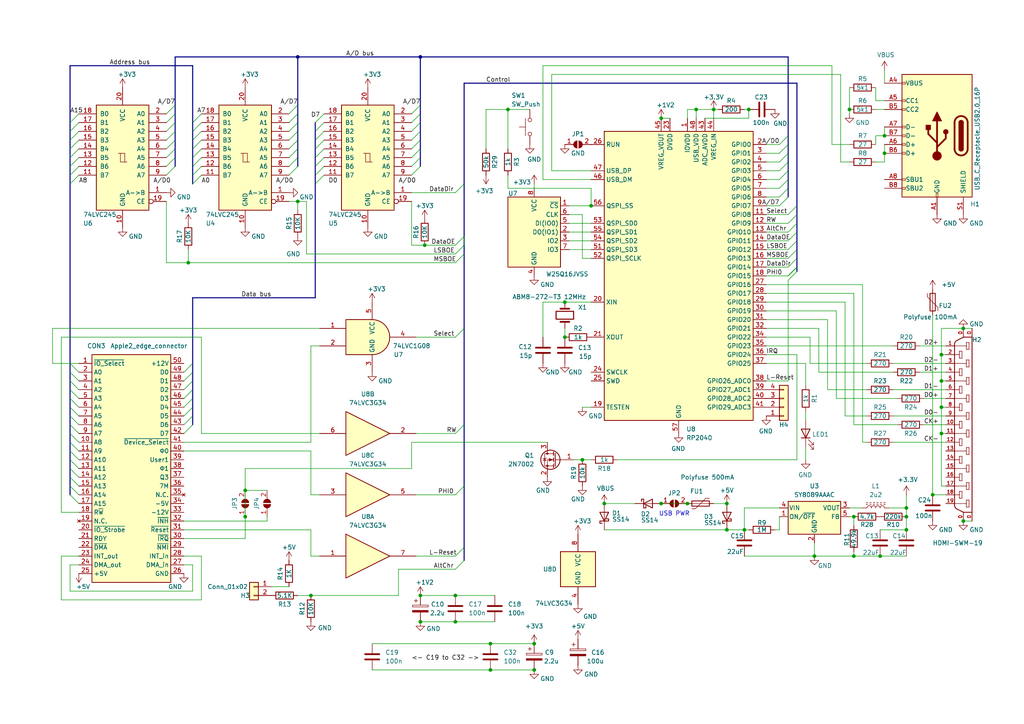
<source format=kicad_sch>
(kicad_sch (version 20231120) (generator "eeschema") (generator_version "8.0")
  (paper "A4")
  (title_block (title "A2DVI.v4.4"))
  (lib_symbols
    (symbol "74xGxx:74LVC1G08"
      (property "Reference" "U" (at -5.08 7.62 0))
      (property "Value" "74LVC1G08" (at 7.62 -7.62 0))
      (symbol "74LVC1G08_1_1"
        (pin input line (at -15.24 2.54 0) (length 7.62) (name "~") (number "1"))
        (pin input line (at -15.24 -2.54 0) (length 7.62) (name "~") (number "2"))
        (pin power_in line (at 0 -10.16 90) (length 5.08) (name "GND") (number "3"))
        (pin output line (at 12.7 0 180) (length 7.62) (name "~") (number "4"))
        (pin power_in line (at 0 10.16 270) (length 5.08) (name "VCC") (number "5"))
      )
    )
    (symbol "74xGxx:74LVC3G34"
      (property "Reference" "U" (at -2.54 7.62 0))
      (property "Value" "74LVC3G34" (at 1.27 -7.62 0))
      (symbol "74LVC3G34_1_1"
        (pin input line (at -15.24 0 0) (length 7.62) (name "~") (number "1"))
        (pin output line (at 12.7 0 180) (length 7.62) (name "~") (number "7"))
      )
      (symbol "74LVC3G34_2_1"
        (pin output line (at 12.7 0 180) (length 7.62) (name "~") (number "2"))
        (pin input line (at -15.24 0 0) (length 7.62) (name "~") (number "6"))
      )
      (symbol "74LVC3G34_3_1"
        (pin input line (at -15.24 0 0) (length 7.62) (name "~") (number "3"))
        (pin output line (at 12.7 0 180) (length 7.62) (name "~") (number "5"))
      )
      (symbol "74LVC3G34_4_1"
        (pin power_in line (at 0 -10.16 90) (length 5.08) (name "GND") (number "4"))
        (pin power_in line (at 0 10.16 270) (length 5.08) (name "VCC") (number "8"))
      )
    )
    (symbol "74xx:74LS245" (pin_names (offset 1.016))
      (property "Reference" "U" (at -7.62 16.51 0))
      (property "Value" "74LS245" (at -7.62 -16.51 0))
      (symbol "74LS245_1_0"
        (pin input line (at -12.7 -10.16 0) (length 5.08) (name "A->B") (number "1"))
        (pin power_in line (at 0 -20.32 90) (length 5.08) (name "GND") (number "10"))
        (pin tri_state line (at 12.7 -5.08 180) (length 5.08) (name "B7") (number "11"))
        (pin tri_state line (at 12.7 -2.54 180) (length 5.08) (name "B6") (number "12"))
        (pin tri_state line (at 12.7 0 180) (length 5.08) (name "B5") (number "13"))
        (pin tri_state line (at 12.7 2.54 180) (length 5.08) (name "B4") (number "14"))
        (pin tri_state line (at 12.7 5.08 180) (length 5.08) (name "B3") (number "15"))
        (pin tri_state line (at 12.7 7.62 180) (length 5.08) (name "B2") (number "16"))
        (pin tri_state line (at 12.7 10.16 180) (length 5.08) (name "B1") (number "17"))
        (pin tri_state line (at 12.7 12.7 180) (length 5.08) (name "B0") (number "18"))
        (pin input inverted (at -12.7 -12.7 0) (length 5.08) (name "CE") (number "19"))
        (pin tri_state line (at -12.7 12.7 0) (length 5.08) (name "A0") (number "2"))
        (pin power_in line (at 0 20.32 270) (length 5.08) (name "VCC") (number "20"))
        (pin tri_state line (at -12.7 10.16 0) (length 5.08) (name "A1") (number "3"))
        (pin tri_state line (at -12.7 7.62 0) (length 5.08) (name "A2") (number "4"))
        (pin tri_state line (at -12.7 5.08 0) (length 5.08) (name "A3") (number "5"))
        (pin tri_state line (at -12.7 2.54 0) (length 5.08) (name "A4") (number "6"))
        (pin tri_state line (at -12.7 0 0) (length 5.08) (name "A5") (number "7"))
        (pin tri_state line (at -12.7 -2.54 0) (length 5.08) (name "A6") (number "8"))
        (pin tri_state line (at -12.7 -5.08 0) (length 5.08) (name "A7") (number "9"))
      )
    )
    (symbol "Connector:USB_C_Receptacle_USB2.0_16P" (pin_names (offset 1.016))
      (property "Reference" "J" (at 0 22.225 0))
      (property "Value" "USB_C_Receptacle_USB2.0_16P" (at 0 19.685 0))
      (symbol "USB_C_Receptacle_USB2.0_16P_1_1"
        (pin passive line (at 0 -22.86 90) (length 5.08) (name "GND") (number "A1"))
        (pin passive line (at 0 -22.86 90) (length 5.08) hide (name "GND") (number "A12"))
        (pin passive line (at 15.24 15.24 180) (length 5.08) (name "VBUS") (number "A4"))
        (pin bidirectional line (at 15.24 10.16 180) (length 5.08) (name "CC1") (number "A5"))
        (pin bidirectional line (at 15.24 -2.54 180) (length 5.08) (name "D+") (number "A6"))
        (pin bidirectional line (at 15.24 2.54 180) (length 5.08) (name "D-") (number "A7"))
        (pin bidirectional line (at 15.24 -12.7 180) (length 5.08) (name "SBU1") (number "A8"))
        (pin passive line (at 15.24 15.24 180) (length 5.08) hide (name "VBUS") (number "A9"))
        (pin passive line (at 0 -22.86 90) (length 5.08) hide (name "GND") (number "B1"))
        (pin passive line (at 0 -22.86 90) (length 5.08) hide (name "GND") (number "B12"))
        (pin passive line (at 15.24 15.24 180) (length 5.08) hide (name "VBUS") (number "B4"))
        (pin bidirectional line (at 15.24 7.62 180) (length 5.08) (name "CC2") (number "B5"))
        (pin bidirectional line (at 15.24 -5.08 180) (length 5.08) (name "D+") (number "B6"))
        (pin bidirectional line (at 15.24 0 180) (length 5.08) (name "D-") (number "B7"))
        (pin bidirectional line (at 15.24 -15.24 180) (length 5.08) (name "SBU2") (number "B8"))
        (pin passive line (at 15.24 15.24 180) (length 5.08) hide (name "VBUS") (number "B9"))
        (pin passive line (at -7.62 -22.86 90) (length 5.08) (name "SHIELD") (number "S1"))
      )
    )
    (symbol "Connector_Generic:Conn_01x02" (pin_names (offset 1.016) hide)
      (property "Reference" "J" (at 0 2.54 0))
      (property "Value" "Conn_01x02" (at 0 -5.08 0))
      (symbol "Conn_01x02_1_1"
        (pin passive line (at -5.08 0 0) (length 3.81) (name "Pin_1") (number "1"))
        (pin passive line (at -5.08 -2.54 0) (length 3.81) (name "Pin_2") (number "2"))
      )
    )
    (symbol "Connector_Generic:Conn_01x04" (pin_names (offset 1.016) hide)
      (property "Reference" "J" (at 0 5.08 0))
      (property "Value" "Conn_01x04" (at 0 -7.62 0))
      (symbol "Conn_01x04_1_1"
        (pin passive line (at -5.08 2.54 0) (length 3.81) (name "Pin_1") (number "1"))
        (pin passive line (at -5.08 0 0) (length 3.81) (name "Pin_2") (number "2"))
        (pin passive line (at -5.08 -2.54 0) (length 3.81) (name "Pin_3") (number "3"))
        (pin passive line (at -5.08 -5.08 0) (length 3.81) (name "Pin_4") (number "4"))
      )
    )
    (symbol "Device:C" (pin_numbers hide) (pin_names (offset 0.254))
      (property "Reference" "C" (at 0.635 2.54 0))
      (property "Value" "C" (at 0.635 -2.54 0))
      (symbol "C_1_1"
        (pin passive line (at 0 3.81 270) (length 2.794) (name "~") (number "1"))
        (pin passive line (at 0 -3.81 90) (length 2.794) (name "~") (number "2"))
      )
    )
    (symbol "Device:C_Polarized" (pin_numbers hide) (pin_names (offset 0.254))
      (property "Reference" "C" (at 0.635 2.54 0))
      (property "Value" "C_Polarized" (at 0.635 -2.54 0))
      (symbol "C_Polarized_1_1"
        (pin passive line (at 0 3.81 270) (length 2.794) (name "~") (number "1"))
        (pin passive line (at 0 -3.81 90) (length 2.794) (name "~") (number "2"))
      )
    )
    (symbol "Device:Crystal" (pin_numbers hide) (pin_names (offset 1.016) hide)
      (property "Reference" "Y" (at 0 3.81 0))
      (property "Value" "Crystal" (at 0 -3.81 0))
      (symbol "Crystal_1_1"
        (pin passive line (at -3.81 0 0) (length 1.27) (name "1") (number "1"))
        (pin passive line (at 3.81 0 180) (length 1.27) (name "2") (number "2"))
      )
    )
    (symbol "Device:LED" (pin_numbers hide) (pin_names (offset 1.016) hide)
      (property "Reference" "D" (at 0 2.54 0))
      (property "Value" "LED" (at 0 -2.54 0))
      (symbol "LED_1_1"
        (pin passive line (at -3.81 0 0) (length 2.54) (name "K") (number "1"))
        (pin passive line (at 3.81 0 180) (length 2.54) (name "A") (number "2"))
      )
    )
    (symbol "Device:L_Ferrite" (pin_numbers hide) (pin_names (offset 1.016) hide)
      (property "Reference" "L" (at -1.27 0 90))
      (property "Value" "L_Ferrite" (at 2.794 0 90))
      (symbol "L_Ferrite_1_1"
        (pin passive line (at 0 3.81 270) (length 1.27) (name "1") (number "1"))
        (pin passive line (at 0 -3.81 90) (length 1.27) (name "2") (number "2"))
      )
    )
    (symbol "Device:Polyfuse" (pin_numbers hide) (pin_names (offset 0))
      (property "Reference" "F" (at -2.54 0 90))
      (property "Value" "Polyfuse" (at 2.54 0 90))
      (symbol "Polyfuse_1_1"
        (pin passive line (at 0 3.81 270) (length 1.27) (name "~") (number "1"))
        (pin passive line (at 0 -3.81 90) (length 1.27) (name "~") (number "2"))
      )
    )
    (symbol "Device:R" (pin_numbers hide) (pin_names (offset 0))
      (property "Reference" "R" (at 2.032 0 90))
      (property "Value" "R" (at 0 0 90))
      (symbol "R_1_1"
        (pin passive line (at 0 3.81 270) (length 1.27) (name "~") (number "1"))
        (pin passive line (at 0 -3.81 90) (length 1.27) (name "~") (number "2"))
      )
    )
    (symbol "Diode:1N6857" (pin_numbers hide) (pin_names (offset 1.016) hide)
      (property "Reference" "D" (at 0 2.54 0))
      (property "Value" "1N6857" (at 0 -2.54 0))
      (symbol "1N6857_1_1"
        (pin passive line (at -3.81 0 0) (length 2.54) (name "K") (number "1"))
        (pin passive line (at 3.81 0 180) (length 2.54) (name "A") (number "2"))
      )
    )
    (symbol "Jumper:SolderJumper_2_Open" (pin_names (offset 0) hide)
      (property "Reference" "JP" (at 0 2.032 0))
      (property "Value" "SolderJumper_2_Open" (at 0 -2.54 0))
      (symbol "SolderJumper_2_Open_1_1"
        (pin passive line (at -3.81 0 0) (length 2.54) (name "A") (number "1"))
        (pin passive line (at 3.81 0 180) (length 2.54) (name "B") (number "2"))
      )
    )
    (symbol "MCU_RaspberryPi:RP2040"
      (property "Reference" "U" (at 17.78 45.72 0))
      (property "Value" "RP2040" (at 17.78 43.18 0))
      (symbol "RP2040_1_1"
        (pin power_in line (at 2.54 45.72 270) (length 3.81) (name "IOVDD") (number "1"))
        (pin passive line (at 2.54 45.72 270) (length 3.81) hide (name "IOVDD") (number "10"))
        (pin bidirectional line (at 25.4 17.78 180) (length 3.81) (name "GPIO8") (number "11"))
        (pin bidirectional line (at 25.4 15.24 180) (length 3.81) (name "GPIO9") (number "12"))
        (pin bidirectional line (at 25.4 12.7 180) (length 3.81) (name "GPIO10") (number "13"))
        (pin bidirectional line (at 25.4 10.16 180) (length 3.81) (name "GPIO11") (number "14"))
        (pin bidirectional line (at 25.4 7.62 180) (length 3.81) (name "GPIO12") (number "15"))
        (pin bidirectional line (at 25.4 5.08 180) (length 3.81) (name "GPIO13") (number "16"))
        (pin bidirectional line (at 25.4 2.54 180) (length 3.81) (name "GPIO14") (number "17"))
        (pin bidirectional line (at 25.4 0 180) (length 3.81) (name "GPIO15") (number "18"))
        (pin input line (at -25.4 -38.1 0) (length 3.81) (name "TESTEN") (number "19"))
        (pin bidirectional line (at 25.4 38.1 180) (length 3.81) (name "GPIO0") (number "2"))
        (pin input line (at -25.4 -7.62 0) (length 3.81) (name "XIN") (number "20"))
        (pin passive line (at -25.4 -17.78 0) (length 3.81) (name "XOUT") (number "21"))
        (pin passive line (at 2.54 45.72 270) (length 3.81) hide (name "IOVDD") (number "22"))
        (pin power_in line (at -2.54 45.72 270) (length 3.81) (name "DVDD") (number "23"))
        (pin input line (at -25.4 -27.94 0) (length 3.81) (name "SWCLK") (number "24"))
        (pin bidirectional line (at -25.4 -30.48 0) (length 3.81) (name "SWD") (number "25"))
        (pin input line (at -25.4 38.1 0) (length 3.81) (name "RUN") (number "26"))
        (pin bidirectional line (at 25.4 -2.54 180) (length 3.81) (name "GPIO16") (number "27"))
        (pin bidirectional line (at 25.4 -5.08 180) (length 3.81) (name "GPIO17") (number "28"))
        (pin bidirectional line (at 25.4 -7.62 180) (length 3.81) (name "GPIO18") (number "29"))
        (pin bidirectional line (at 25.4 35.56 180) (length 3.81) (name "GPIO1") (number "3"))
        (pin bidirectional line (at 25.4 -10.16 180) (length 3.81) (name "GPIO19") (number "30"))
        (pin bidirectional line (at 25.4 -12.7 180) (length 3.81) (name "GPIO20") (number "31"))
        (pin bidirectional line (at 25.4 -15.24 180) (length 3.81) (name "GPIO21") (number "32"))
        (pin passive line (at 2.54 45.72 270) (length 3.81) hide (name "IOVDD") (number "33"))
        (pin bidirectional line (at 25.4 -17.78 180) (length 3.81) (name "GPIO22") (number "34"))
        (pin bidirectional line (at 25.4 -20.32 180) (length 3.81) (name "GPIO23") (number "35"))
        (pin bidirectional line (at 25.4 -22.86 180) (length 3.81) (name "GPIO24") (number "36"))
        (pin bidirectional line (at 25.4 -25.4 180) (length 3.81) (name "GPIO25") (number "37"))
        (pin bidirectional line (at 25.4 -30.48 180) (length 3.81) (name "GPIO26_ADC0") (number "38"))
        (pin bidirectional line (at 25.4 -33.02 180) (length 3.81) (name "GPIO27_ADC1") (number "39"))
        (pin bidirectional line (at 25.4 33.02 180) (length 3.81) (name "GPIO2") (number "4"))
        (pin bidirectional line (at 25.4 -35.56 180) (length 3.81) (name "GPIO28_ADC2") (number "40"))
        (pin bidirectional line (at 25.4 -38.1 180) (length 3.81) (name "GPIO29_ADC3") (number "41"))
        (pin passive line (at 2.54 45.72 270) (length 3.81) hide (name "IOVDD") (number "42"))
        (pin power_in line (at 7.62 45.72 270) (length 3.81) (name "ADC_AVDD") (number "43"))
        (pin power_in line (at 10.16 45.72 270) (length 3.81) (name "VREG_IN") (number "44"))
        (pin power_out line (at -5.08 45.72 270) (length 3.81) (name "VREG_VOUT") (number "45"))
        (pin bidirectional line (at -25.4 27.94 0) (length 3.81) (name "USB_DM") (number "46"))
        (pin bidirectional line (at -25.4 30.48 0) (length 3.81) (name "USB_DP") (number "47"))
        (pin power_in line (at 5.08 45.72 270) (length 3.81) (name "USB_VDD") (number "48"))
        (pin passive line (at 2.54 45.72 270) (length 3.81) hide (name "IOVDD") (number "49"))
        (pin bidirectional line (at 25.4 30.48 180) (length 3.81) (name "GPIO3") (number "5"))
        (pin passive line (at -2.54 45.72 270) (length 3.81) hide (name "DVDD") (number "50"))
        (pin bidirectional line (at -25.4 7.62 0) (length 3.81) (name "QSPI_SD3") (number "51"))
        (pin output line (at -25.4 5.08 0) (length 3.81) (name "QSPI_SCLK") (number "52"))
        (pin bidirectional line (at -25.4 15.24 0) (length 3.81) (name "QSPI_SD0") (number "53"))
        (pin bidirectional line (at -25.4 10.16 0) (length 3.81) (name "QSPI_SD2") (number "54"))
        (pin bidirectional line (at -25.4 12.7 0) (length 3.81) (name "QSPI_SD1") (number "55"))
        (pin bidirectional line (at -25.4 20.32 0) (length 3.81) (name "QSPI_SS") (number "56"))
        (pin power_in line (at 0 -45.72 90) (length 3.81) (name "GND") (number "57"))
        (pin bidirectional line (at 25.4 27.94 180) (length 3.81) (name "GPIO4") (number "6"))
        (pin bidirectional line (at 25.4 25.4 180) (length 3.81) (name "GPIO5") (number "7"))
        (pin bidirectional line (at 25.4 22.86 180) (length 3.81) (name "GPIO6") (number "8"))
        (pin bidirectional line (at 25.4 20.32 180) (length 3.81) (name "GPIO7") (number "9"))
      )
    )
    (symbol "Memory_Flash:W25Q16JVSS"
      (property "Reference" "U" (at -6.35 11.43 0))
      (property "Value" "W25Q16JVSS" (at 7.62 11.43 0))
      (symbol "W25Q16JVSS_1_1"
        (pin input line (at -10.16 7.62 0) (length 2.54) (name "~{CS}") (number "1"))
        (pin bidirectional line (at -10.16 0 0) (length 2.54) (name "DO(IO1)") (number "2"))
        (pin bidirectional line (at -10.16 -2.54 0) (length 2.54) (name "IO2") (number "3"))
        (pin power_in line (at 0 -12.7 90) (length 2.54) (name "GND") (number "4"))
        (pin bidirectional line (at -10.16 2.54 0) (length 2.54) (name "DI(IO0)") (number "5"))
        (pin input line (at -10.16 5.08 0) (length 2.54) (name "CLK") (number "6"))
        (pin bidirectional line (at -10.16 -5.08 0) (length 2.54) (name "IO3") (number "7"))
        (pin power_in line (at 0 12.7 270) (length 2.54) (name "VCC") (number "8"))
      )
    )
    (symbol "Neo6502_Rev_B:GND" (power) (pin_names (offset 0))
      (property "Value" "GND" (at 0 -3.81 0))
      (symbol "GND_1_1"
        (pin power_in line (at 0 0 270) (length 0) hide (name "GND") (number "1"))
      )
    )
    (symbol "Neo6502_Rev_B:HDMI-SWM-19" (pin_names (offset 1.016) hide)
      (property "Reference" "HDMI" (at 2.54 25.4 0))
      (property "Value" "HDMI-SWM-19" (at 2.54 -27.94 0))
      (symbol "HDMI-SWM-19_1_1"
        (pin input line (at 0 27.94 270) (length 2.54) (name "20") (number "0"))
        (pin input line (at -2.54 27.94 270) (length 2.54) (name "21") (number "0"))
        (pin input line (at 0 -27.94 90) (length 2.54) (name "22") (number "0"))
        (pin input line (at -2.54 -27.94 90) (length 2.54) (name "23") (number "0"))
        (pin input line (at 5.08 22.86 180) (length 2.54) (name "1") (number "1"))
        (pin input line (at 5.08 0 180) (length 2.54) (name "10") (number "10"))
        (pin input line (at 5.08 -2.54 180) (length 2.54) (name "11") (number "11"))
        (pin input line (at 5.08 -5.08 180) (length 2.54) (name "12") (number "12"))
        (pin input line (at 5.08 -7.62 180) (length 2.54) (name "13") (number "13"))
        (pin input line (at 5.08 -10.16 180) (length 2.54) (name "14") (number "14"))
        (pin input line (at 5.08 -12.7 180) (length 2.54) (name "15") (number "15"))
        (pin input line (at 5.08 -15.24 180) (length 2.54) (name "16") (number "16"))
        (pin input line (at 5.08 -17.78 180) (length 2.54) (name "17") (number "17"))
        (pin input line (at 5.08 -20.32 180) (length 2.54) (name "18") (number "18"))
        (pin input line (at 5.08 -22.86 180) (length 2.54) (name "19") (number "19"))
        (pin input line (at 5.08 20.32 180) (length 2.54) (name "2") (number "2"))
        (pin input line (at 5.08 17.78 180) (length 2.54) (name "3") (number "3"))
        (pin input line (at 5.08 15.24 180) (length 2.54) (name "4") (number "4"))
        (pin input line (at 5.08 12.7 180) (length 2.54) (name "5") (number "5"))
        (pin input line (at 5.08 10.16 180) (length 2.54) (name "6") (number "6"))
        (pin input line (at 5.08 7.62 180) (length 2.54) (name "7") (number "7"))
        (pin input line (at 5.08 5.08 180) (length 2.54) (name "8") (number "8"))
        (pin input line (at 5.08 2.54 180) (length 2.54) (name "9") (number "9"))
      )
    )
    (symbol "Ralle_Library:Apple2_edge_connector"
      (property "Reference" "CON" (at 0 0 0))
      (property "Value" "Apple2_edge_connector" (at 0 -34.29 0))
      (symbol "Apple2_edge_connector_1_1"
        (pin output line (at -15.24 30.48 0) (length 3.81) (name "~{IO_Select}") (number "1"))
        (pin input line (at -15.24 7.62 0) (length 3.81) (name "A8") (number "10"))
        (pin input line (at -15.24 5.08 0) (length 3.81) (name "A9") (number "11"))
        (pin input line (at -15.24 2.54 0) (length 3.81) (name "A10") (number "12"))
        (pin input line (at -15.24 0 0) (length 3.81) (name "A11") (number "13"))
        (pin input line (at -15.24 -2.54 0) (length 3.81) (name "A12") (number "14"))
        (pin input line (at -15.24 -5.08 0) (length 3.81) (name "A13") (number "15"))
        (pin input line (at -15.24 -7.62 0) (length 3.81) (name "A14") (number "16"))
        (pin input line (at -15.24 -10.16 0) (length 3.81) (name "A15") (number "17"))
        (pin input line (at -15.24 -12.7 0) (length 3.81) (name "R~{W}") (number "18"))
        (pin no_connect line (at -15.24 -15.24 0) (length 3.81) (name "N.C.") (number "19"))
        (pin input line (at -15.24 27.94 0) (length 3.81) (name "A0") (number "2"))
        (pin input line (at -15.24 -17.78 0) (length 3.81) (name "~{IO_Strobe}") (number "20"))
        (pin input line (at -15.24 -20.32 0) (length 3.81) (name "RDY") (number "21"))
        (pin bidirectional line (at -15.24 -22.86 0) (length 3.81) (name "~{DMA}") (number "22"))
        (pin input line (at -15.24 -25.4 0) (length 3.81) (name "INT_out") (number "23"))
        (pin input line (at -15.24 -27.94 0) (length 3.81) (name "DMA_out") (number "24"))
        (pin power_in line (at -15.24 -30.48 0) (length 3.81) (name "+5V") (number "25"))
        (pin passive line (at 15.24 -30.48 180) (length 3.81) (name "GND") (number "26"))
        (pin output line (at 15.24 -27.94 180) (length 3.81) (name "DMA_in") (number "27"))
        (pin output line (at 15.24 -25.4 180) (length 3.81) (name "INT_in") (number "28"))
        (pin output line (at 15.24 -22.86 180) (length 3.81) (name "~{NMI}") (number "29"))
        (pin input line (at -15.24 25.4 0) (length 3.81) (name "A1") (number "3"))
        (pin output line (at 15.24 -20.32 180) (length 3.81) (name "~{IRQ}") (number "30"))
        (pin bidirectional line (at 15.24 -17.78 180) (length 3.81) (name "~{Reset}") (number "31"))
        (pin input line (at 15.24 -15.24 180) (length 3.81) (name "~{INH}") (number "32"))
        (pin power_in line (at 15.24 -12.7 180) (length 3.81) (name "-12V") (number "33"))
        (pin power_in line (at 15.24 -10.16 180) (length 3.81) (name "-5V") (number "34"))
        (pin no_connect line (at 15.24 -7.62 180) (length 3.81) (name "N.C.") (number "35"))
        (pin input line (at 15.24 -5.08 180) (length 3.81) (name "7M") (number "36"))
        (pin input line (at 15.24 -2.54 180) (length 3.81) (name "Q3") (number "37"))
        (pin input line (at 15.24 0 180) (length 3.81) (name "Ф1") (number "38"))
        (pin bidirectional line (at 15.24 2.54 180) (length 3.81) (name "User1") (number "39"))
        (pin input line (at -15.24 22.86 0) (length 3.81) (name "A2") (number "4"))
        (pin input line (at 15.24 5.08 180) (length 3.81) (name "Ф0") (number "40"))
        (pin input line (at 15.24 7.62 180) (length 3.81) (name "~{Device_Select}") (number "41"))
        (pin bidirectional line (at 15.24 10.16 180) (length 3.81) (name "D7") (number "42"))
        (pin bidirectional line (at 15.24 12.7 180) (length 3.81) (name "D6") (number "43"))
        (pin bidirectional line (at 15.24 15.24 180) (length 3.81) (name "D5") (number "44"))
        (pin bidirectional line (at 15.24 17.78 180) (length 3.81) (name "D4") (number "45"))
        (pin bidirectional line (at 15.24 20.32 180) (length 3.81) (name "D3") (number "46"))
        (pin bidirectional line (at 15.24 22.86 180) (length 3.81) (name "D2") (number "47"))
        (pin bidirectional line (at 15.24 25.4 180) (length 3.81) (name "D1") (number "48"))
        (pin bidirectional line (at 15.24 27.94 180) (length 3.81) (name "D0") (number "49"))
        (pin input line (at -15.24 20.32 0) (length 3.81) (name "A3") (number "5"))
        (pin power_in line (at 15.24 30.48 180) (length 3.81) (name "+12V") (number "50"))
        (pin input line (at -15.24 17.78 0) (length 3.81) (name "A4") (number "6"))
        (pin input line (at -15.24 15.24 0) (length 3.81) (name "A5") (number "7"))
        (pin input line (at -15.24 12.7 0) (length 3.81) (name "A6") (number "8"))
        (pin input line (at -15.24 10.16 0) (length 3.81) (name "A7") (number "9"))
      )
    )
    (symbol "Regulator_Linear:LP2985-3.3" (pin_names (offset 0.254))
      (property "Reference" "U3" (at 0 8.89 0))
      (property "Value" "SY8089AAAC" (at 0 6.35 0))
      (symbol "LP2985-3.3_1_1"
        (pin input line (at -10.16 0 0) (length 2.54) (name "ON/~{OFF}") (number "1"))
        (pin power_in line (at 0 -7.62 90) (length 2.54) (name "GND") (number "2"))
        (pin power_out line (at 10.16 2.54 180) (length 2.54) (name "VOUT") (number "3"))
        (pin power_in line (at -10.16 2.54 0) (length 2.54) (name "VIN") (number "4"))
        (pin input line (at 10.16 0 180) (length 2.54) (name "FB") (number "5"))
      )
    )
    (symbol "Switch:SW_Push" (pin_numbers hide) (pin_names (offset 1.016) hide)
      (property "Reference" "SW" (at 1.27 2.54 0))
      (property "Value" "SW_Push" (at 0 -1.524 0))
      (symbol "SW_Push_0_1"
        (pin passive line (at -5.08 0 0) (length 2.54) (name "1") (number "1"))
        (pin passive line (at 5.08 0 180) (length 2.54) (name "2") (number "2"))
      )
    )
    (symbol "Transistor_FET:BS170F" (pin_names hide)
      (property "Reference" "Q" (at 5.08 1.905 0))
      (property "Value" "BS170F" (at 5.08 0 0))
      (symbol "BS170F_1_1"
        (pin input line (at -5.08 0 0) (length 2.54) (name "G") (number "1"))
        (pin passive line (at 2.54 -5.08 90) (length 2.54) (name "S") (number "2"))
        (pin passive line (at 2.54 5.08 270) (length 2.54) (name "D") (number "3"))
      )
    )
    (symbol "power:+3.3V" (power) (pin_numbers hide) (pin_names (offset 0) hide)
      (property "Value" "+3.3V" (at 0 3.556 0))
      (symbol "+3.3V_1_1"
        (pin power_in line (at 0 0 90) (length 0) (name "~") (number "1"))
      )
    )
    (symbol "power:+3V3" (power) (pin_names (offset 0))
      (property "Value" "+3V3" (at 0 3.556 0))
      (symbol "+3V3_1_1"
        (pin power_in line (at 0 0 90) (length 0) hide (name "+3V3") (number "1"))
      )
    )
    (symbol "power:+5V" (power) (pin_names (offset 0))
      (property "Value" "+5V" (at 0 3.556 0))
      (symbol "+5V_1_1"
        (pin power_in line (at 0 0 90) (length 0) hide (name "+5V") (number "1"))
      )
    )
    (symbol "power:GND" (power) (pin_names (offset 0))
      (property "Value" "GND" (at 0 -3.81 0))
      (symbol "GND_1_1"
        (pin power_in line (at 0 0 270) (length 0) hide (name "GND") (number "1"))
      )
    )
  )
  (junction (at 163.83 87.63))
  (junction (at 207.01 31.75))
  (junction (at 201.93 31.75))
  (junction (at 71.12 149.86))
  (junction (at 121.92 172.72))
  (junction (at 154.94 194.31))
  (junction (at 273.05 102.87))
  (junction (at 279.4 151.13))
  (junction (at 175.26 146.05))
  (junction (at 54.61 76.2))
  (junction (at 154.94 186.69))
  (junction (at 262.89 147.32))
  (junction (at 273.05 110.49))
  (junction (at 163.83 97.79))
  (junction (at 262.89 153.67))
  (junction (at 273.05 125.73))
  (junction (at 86.36 58.42))
  (junction (at 255.27 161.29))
  (junction (at 262.89 149.86))
  (junction (at 168.91 133.35))
  (junction (at 142.24 194.31))
  (junction (at 121.92 16.51))
  (junction (at 256.54 44.45))
  (junction (at 90.17 172.72))
  (junction (at 142.24 186.69))
  (junction (at 199.39 146.05))
  (junction (at 132.08 172.72))
  (junction (at 86.36 16.51))
  (junction (at 147.32 31.75))
  (junction (at 171.45 59.69))
  (junction (at 132.08 180.34))
  (junction (at 217.17 31.75))
  (junction (at 121.92 180.34))
  (junction (at 270.51 143.51))
  (junction (at 246.38 31.75))
  (junction (at 123.19 71.12))
  (junction (at 71.12 142.24))
  (junction (at 210.82 153.67))
  (junction (at 210.82 146.05))
  (junction (at 273.05 118.11))
  (junction (at 279.4 95.25))
  (junction (at 247.65 161.29))
  (junction (at 247.65 149.86))
  (junction (at 191.77 146.05))
  (junction (at 191.77 34.29))
  (junction (at 215.9 153.67))
  (junction (at 256.54 39.37))
  (junction (at 236.22 161.29))
  (bus_entry (at 226.06 59.69) (size 2.54 -2.54))
  (bus_entry (at 226.06 52.07) (size 2.54 -2.54))
  (bus_entry (at 132.08 125.73) (size 2.54 -2.54))
  (bus_entry (at 132.08 165.1) (size 2.54 -2.54))
  (bus_entry (at 226.06 49.53) (size 2.54 -2.54))
  (bus_entry (at 228.6 69.85) (size 2.54 -2.54))
  (bus_entry (at 228.6 62.23) (size 2.54 -2.54))
  (bus_entry (at 226.06 46.99) (size 2.54 -2.54))
  (bus_entry (at 228.6 80.01) (size 2.54 -2.54))
  (bus_entry (at 83.82 43.18) (size 2.54 -2.54))
  (bus_entry (at 91.44 35.56) (size 2.54 -2.54))
  (bus_entry (at 91.44 38.1) (size 2.54 -2.54))
  (bus_entry (at 91.44 40.64) (size 2.54 -2.54))
  (bus_entry (at 91.44 43.18) (size 2.54 -2.54))
  (bus_entry (at 119.38 43.18) (size 2.54 -2.54))
  (bus_entry (at 119.38 40.64) (size 2.54 -2.54))
  (bus_entry (at 119.38 38.1) (size 2.54 -2.54))
  (bus_entry (at 119.38 35.56) (size 2.54 -2.54))
  (bus_entry (at 119.38 33.02) (size 2.54 -2.54))
  (bus_entry (at 83.82 33.02) (size 2.54 -2.54))
  (bus_entry (at 83.82 35.56) (size 2.54 -2.54))
  (bus_entry (at 83.82 38.1) (size 2.54 -2.54))
  (bus_entry (at 83.82 40.64) (size 2.54 -2.54))
  (bus_entry (at 83.82 48.26) (size 2.54 -2.54))
  (bus_entry (at 83.82 50.8) (size 2.54 -2.54))
  (bus_entry (at 55.88 50.8) (size 2.54 -2.54))
  (bus_entry (at 55.88 53.34) (size 2.54 -2.54))
  (bus_entry (at 55.88 48.26) (size 2.54 -2.54))
  (bus_entry (at 55.88 45.72) (size 2.54 -2.54))
  (bus_entry (at 55.88 43.18) (size 2.54 -2.54))
  (bus_entry (at 55.88 40.64) (size 2.54 -2.54))
  (bus_entry (at 55.88 38.1) (size 2.54 -2.54))
  (bus_entry (at 55.88 35.56) (size 2.54 -2.54))
  (bus_entry (at 83.82 45.72) (size 2.54 -2.54))
  (bus_entry (at 20.32 45.72) (size 2.54 -2.54))
  (bus_entry (at 20.32 48.26) (size 2.54 -2.54))
  (bus_entry (at 20.32 53.34) (size 2.54 -2.54))
  (bus_entry (at 20.32 50.8) (size 2.54 -2.54))
  (bus_entry (at 91.44 45.72) (size 2.54 -2.54))
  (bus_entry (at 91.44 48.26) (size 2.54 -2.54))
  (bus_entry (at 91.44 50.8) (size 2.54 -2.54))
  (bus_entry (at 91.44 53.34) (size 2.54 -2.54))
  (bus_entry (at 119.38 45.72) (size 2.54 -2.54))
  (bus_entry (at 119.38 48.26) (size 2.54 -2.54))
  (bus_entry (at 119.38 50.8) (size 2.54 -2.54))
  (bus_entry (at 48.26 43.18) (size 2.54 -2.54))
  (bus_entry (at 48.26 40.64) (size 2.54 -2.54))
  (bus_entry (at 20.32 35.56) (size 2.54 -2.54))
  (bus_entry (at 20.32 38.1) (size 2.54 -2.54))
  (bus_entry (at 20.32 40.64) (size 2.54 -2.54))
  (bus_entry (at 20.32 43.18) (size 2.54 -2.54))
  (bus_entry (at 48.26 45.72) (size 2.54 -2.54))
  (bus_entry (at 48.26 48.26) (size 2.54 -2.54))
  (bus_entry (at 48.26 50.8) (size 2.54 -2.54))
  (bus_entry (at 48.26 38.1) (size 2.54 -2.54))
  (bus_entry (at 48.26 35.56) (size 2.54 -2.54))
  (bus_entry (at 48.26 33.02) (size 2.54 -2.54))
  (bus_entry (at 228.6 80.01) (size 2.54 -2.54))
  (bus_entry (at 226.06 57.15) (size 2.54 -2.54))
  (bus_entry (at 228.6 74.93) (size 2.54 -2.54))
  (bus_entry (at 132.08 73.66) (size 2.54 -2.54))
  (bus_entry (at 53.34 107.95) (size 2.54 -2.54))
  (bus_entry (at 132.08 55.88) (size 2.54 -2.54))
  (bus_entry (at 132.08 97.79) (size 2.54 -2.54))
  (bus_entry (at 228.6 64.77) (size 2.54 -2.54))
  (bus_entry (at 226.06 44.45) (size 2.54 -2.54))
  (bus_entry (at 226.06 54.61) (size 2.54 -2.54))
  (bus_entry (at 132.08 161.29) (size 2.54 -2.54))
  (bus_entry (at 228.6 72.39) (size 2.54 -2.54))
  (bus_entry (at 228.6 80.01) (size 2.54 -2.54))
  (bus_entry (at 132.08 76.2) (size 2.54 -2.54))
  (bus_entry (at 226.06 41.91) (size 2.54 -2.54))
  (bus_entry (at 20.32 130.81) (size 2.54 2.54))
  (bus_entry (at 20.32 128.27) (size 2.54 2.54))
  (bus_entry (at 20.32 115.57) (size 2.54 2.54))
  (bus_entry (at 20.32 120.65) (size 2.54 2.54))
  (bus_entry (at 20.32 118.11) (size 2.54 2.54))
  (bus_entry (at 20.32 123.19) (size 2.54 2.54))
  (bus_entry (at 20.32 125.73) (size 2.54 2.54))
  (bus_entry (at 20.32 140.97) (size 2.54 2.54))
  (bus_entry (at 20.32 143.51) (size 2.54 2.54))
  (bus_entry (at 20.32 138.43) (size 2.54 2.54))
  (bus_entry (at 20.32 133.35) (size 2.54 2.54))
  (bus_entry (at 20.32 135.89) (size 2.54 2.54))
  (bus_entry (at 53.34 113.03) (size 2.54 -2.54))
  (bus_entry (at 53.34 110.49) (size 2.54 -2.54))
  (bus_entry (at 20.32 107.95) (size 2.54 2.54))
  (bus_entry (at 20.32 105.41) (size 2.54 2.54))
  (bus_entry (at 20.32 113.03) (size 2.54 2.54))
  (bus_entry (at 20.32 110.49) (size 2.54 2.54))
  (bus_entry (at 132.08 71.12) (size 2.54 -2.54))
  (bus_entry (at 228.6 77.47) (size 2.54 -2.54))
  (bus_entry (at 231.14 78.74) (size -2.54 2.54))
  (bus_entry (at 132.08 143.51) (size 2.54 -2.54))
  (bus_entry (at 228.6 67.31) (size 2.54 -2.54))
  (bus_entry (at 53.34 115.57) (size 2.54 -2.54))
  (bus_entry (at 53.34 118.11) (size 2.54 -2.54))
  (bus_entry (at 53.34 120.65) (size 2.54 -2.54))
  (bus_entry (at 53.34 123.19) (size 2.54 -2.54))
  (bus_entry (at 53.34 125.73) (size 2.54 -2.54))
  (bus (pts (xy 228.6 39.37) (xy 228.6 41.91)))
  (wire (pts (xy 191.77 146.05) (xy 199.39 146.05)))
  (bus (pts (xy 20.32 35.56) (xy 20.32 19.05)))
  (wire (pts (xy 242.57 115.57) (xy 260.35 115.57)))
  (wire (pts (xy 165.1 69.85) (xy 171.45 69.85)))
  (wire (pts (xy 222.25 100.33) (xy 259.08 100.33)))
  (wire (pts (xy 86.36 58.42) (xy 86.36 60.96)))
  (wire (pts (xy 247.65 161.29) (xy 247.65 160.02)))
  (wire (pts (xy 15.24 95.25) (xy 92.71 95.25)))
  (wire (pts (xy 88.9 58.42) (xy 88.9 73.66)))
  (bus (pts (xy 55.88 35.56) (xy 55.88 38.1)))
  (wire (pts (xy 215.9 161.29) (xy 236.22 161.29)))
  (wire (pts (xy 171.45 54.61) (xy 171.45 59.69)))
  (bus (pts (xy 228.6 49.53) (xy 228.6 46.99)))
  (wire (pts (xy 90.17 153.67) (xy 90.17 161.29)))
  (bus (pts (xy 91.44 38.1) (xy 91.44 40.64)))
  (bus (pts (xy 55.88 120.65) (xy 55.88 123.19)))
  (bus (pts (xy 20.32 115.57) (xy 20.32 113.03)))
  (wire (pts (xy 246.38 31.75) (xy 246.38 33.02)))
  (wire (pts (xy 147.32 54.61) (xy 171.45 54.61)))
  (wire (pts (xy 245.11 120.65) (xy 251.46 120.65)))
  (wire (pts (xy 15.24 105.41) (xy 15.24 95.25)))
  (wire (pts (xy 22.86 105.41) (xy 20.32 105.41)))
  (bus (pts (xy 134.62 68.58) (xy 134.62 53.34)))
  (bus (pts (xy 20.32 19.05) (xy 55.88 19.05)))
  (bus (pts (xy 231.14 62.23) (xy 231.14 64.77)))
  (bus (pts (xy 231.14 24.13) (xy 231.14 59.69)))
  (wire (pts (xy 120.65 161.29) (xy 132.08 161.29)))
  (bus (pts (xy 121.92 16.51) (xy 228.6 16.51)))
  (wire (pts (xy 247.65 161.29) (xy 255.27 161.29)))
  (bus (pts (xy 91.44 40.64) (xy 91.44 43.18)))
  (bus (pts (xy 20.32 50.8) (xy 20.32 53.34)))
  (wire (pts (xy 273.05 110.49) (xy 274.32 110.49)))
  (wire (pts (xy 119.38 71.12) (xy 123.19 71.12)))
  (wire (pts (xy 160.02 21.59) (xy 243.84 21.59)))
  (wire (pts (xy 222.25 46.99) (xy 226.06 46.99)))
  (bus (pts (xy 55.88 38.1) (xy 55.88 40.64)))
  (wire (pts (xy 17.78 148.59) (xy 17.78 97.79)))
  (wire (pts (xy 222.25 85.09) (xy 247.65 85.09)))
  (bus (pts (xy 121.92 30.48) (xy 121.92 33.02)))
  (wire (pts (xy 119.38 55.88) (xy 132.08 55.88)))
  (bus (pts (xy 20.32 128.27) (xy 20.32 125.73)))
  (wire (pts (xy 119.38 135.89) (xy 119.38 128.27)))
  (wire (pts (xy 157.48 19.05) (xy 241.3 19.05)))
  (wire (pts (xy 267.97 123.19) (xy 274.32 123.19)))
  (bus (pts (xy 228.6 39.37) (xy 228.6 16.51)))
  (wire (pts (xy 165.1 67.31) (xy 171.45 67.31)))
  (bus (pts (xy 121.92 38.1) (xy 121.92 40.64)))
  (wire (pts (xy 58.42 173.99) (xy 17.78 173.99)))
  (bus (pts (xy 86.36 35.56) (xy 86.36 38.1)))
  (wire (pts (xy 228.6 110.49) (xy 228.6 81.28)))
  (bus (pts (xy 91.44 86.36) (xy 91.44 53.34)))
  (bus (pts (xy 20.32 107.95) (xy 20.32 105.41)))
  (wire (pts (xy 120.65 143.51) (xy 132.08 143.51)))
  (wire (pts (xy 247.65 123.19) (xy 247.65 85.09)))
  (wire (pts (xy 217.17 31.75) (xy 215.9 31.75)))
  (wire (pts (xy 71.12 135.89) (xy 71.12 142.24)))
  (wire (pts (xy 163.83 87.63) (xy 171.45 87.63)))
  (bus (pts (xy 20.32 130.81) (xy 20.32 128.27)))
  (wire (pts (xy 267.97 115.57) (xy 274.32 115.57)))
  (bus (pts (xy 55.88 86.36) (xy 91.44 86.36)))
  (wire (pts (xy 250.19 82.55) (xy 250.19 128.27)))
  (wire (pts (xy 58.42 161.29) (xy 58.42 173.99)))
  (wire (pts (xy 270.51 143.51) (xy 274.32 143.51)))
  (wire (pts (xy 281.94 151.13) (xy 279.4 151.13)))
  (wire (pts (xy 207.01 31.75) (xy 207.01 34.29)))
  (wire (pts (xy 233.68 111.76) (xy 233.68 105.41)))
  (wire (pts (xy 234.95 105.41) (xy 251.46 105.41)))
  (wire (pts (xy 199.39 31.75) (xy 201.93 31.75)))
  (bus (pts (xy 231.14 77.47) (xy 231.14 78.74)))
  (bus (pts (xy 20.32 40.64) (xy 20.32 43.18)))
  (wire (pts (xy 154.94 186.69) (xy 142.24 186.69)))
  (wire (pts (xy 259.08 113.03) (xy 274.32 113.03)))
  (bus (pts (xy 91.44 48.26) (xy 91.44 50.8)))
  (wire (pts (xy 247.65 149.86) (xy 246.38 149.86)))
  (wire (pts (xy 273.05 102.87) (xy 273.05 95.25)))
  (wire (pts (xy 17.78 173.99) (xy 17.78 161.29)))
  (wire (pts (xy 262.89 147.32) (xy 262.89 143.51)))
  (bus (pts (xy 20.32 138.43) (xy 20.32 135.89)))
  (bus (pts (xy 55.88 48.26) (xy 55.88 50.8)))
  (bus (pts (xy 86.36 33.02) (xy 86.36 35.56)))
  (wire (pts (xy 142.24 194.31) (xy 154.94 194.31)))
  (wire (pts (xy 222.25 57.15) (xy 226.06 57.15)))
  (wire (pts (xy 71.12 142.24) (xy 71.12 149.86)))
  (bus (pts (xy 91.44 43.18) (xy 91.44 45.72)))
  (bus (pts (xy 50.8 48.26) (xy 50.8 45.72)))
  (wire (pts (xy 256.54 20.32) (xy 256.54 24.13)))
  (wire (pts (xy 273.05 102.87) (xy 274.32 102.87)))
  (bus (pts (xy 55.88 107.95) (xy 55.88 110.49)))
  (bus (pts (xy 121.92 35.56) (xy 121.92 38.1)))
  (bus (pts (xy 20.32 38.1) (xy 20.32 40.64)))
  (wire (pts (xy 266.7 107.95) (xy 274.32 107.95)))
  (wire (pts (xy 119.38 58.42) (xy 119.38 71.12)))
  (wire (pts (xy 121.92 180.34) (xy 132.08 180.34)))
  (wire (pts (xy 119.38 128.27) (xy 158.75 128.27)))
  (bus (pts (xy 121.92 43.18) (xy 121.92 45.72)))
  (bus (pts (xy 134.62 73.66) (xy 134.62 95.25)))
  (wire (pts (xy 55.88 171.45) (xy 55.88 163.83)))
  (wire (pts (xy 90.17 100.33) (xy 92.71 100.33)))
  (bus (pts (xy 50.8 38.1) (xy 50.8 35.56)))
  (wire (pts (xy 58.42 125.73) (xy 92.71 125.73)))
  (wire (pts (xy 247.65 149.86) (xy 247.65 152.4)))
  (wire (pts (xy 157.48 97.79) (xy 157.48 87.63)))
  (wire (pts (xy 210.82 153.67) (xy 215.9 153.67)))
  (wire (pts (xy 254 29.21) (xy 254 25.4)))
  (wire (pts (xy 191.77 34.29) (xy 194.31 34.29)))
  (wire (pts (xy 273.05 95.25) (xy 279.4 95.25)))
  (wire (pts (xy 53.34 153.67) (xy 90.17 153.67)))
  (wire (pts (xy 166.37 133.35) (xy 168.91 133.35)))
  (bus (pts (xy 134.62 158.75) (xy 134.62 162.56)))
  (wire (pts (xy 48.26 76.2) (xy 54.61 76.2)))
  (wire (pts (xy 222.25 54.61) (xy 226.06 54.61)))
  (wire (pts (xy 20.32 163.83) (xy 20.32 171.45)))
  (wire (pts (xy 254 31.75) (xy 256.54 31.75)))
  (bus (pts (xy 20.32 43.18) (xy 20.32 45.72)))
  (wire (pts (xy 262.89 149.86) (xy 262.89 147.32)))
  (wire (pts (xy 270.51 91.44) (xy 270.51 143.51)))
  (wire (pts (xy 222.25 52.07) (xy 226.06 52.07)))
  (wire (pts (xy 199.39 34.29) (xy 199.39 31.75)))
  (wire (pts (xy 231.14 102.87) (xy 231.14 133.35)))
  (wire (pts (xy 157.48 52.07) (xy 157.48 19.05)))
  (bus (pts (xy 20.32 113.03) (xy 20.32 110.49)))
  (wire (pts (xy 274.32 140.97) (xy 273.05 140.97)))
  (wire (pts (xy 165.1 62.23) (xy 168.91 62.23)))
  (wire (pts (xy 233.68 129.54) (xy 233.68 133.35)))
  (wire (pts (xy 246.38 25.4) (xy 246.38 31.75)))
  (wire (pts (xy 222.25 87.63) (xy 245.11 87.63)))
  (wire (pts (xy 53.34 163.83) (xy 55.88 163.83)))
  (wire (pts (xy 160.02 49.53) (xy 160.02 21.59)))
  (wire (pts (xy 132.08 165.1) (xy 115.57 165.1)))
  (wire (pts (xy 78.74 170.18) (xy 83.82 170.18)))
  (wire (pts (xy 259.08 105.41) (xy 274.32 105.41)))
  (wire (pts (xy 132.08 180.34) (xy 143.51 180.34)))
  (wire (pts (xy 222.25 95.25) (xy 237.49 95.25)))
  (bus (pts (xy 55.88 86.36) (xy 55.88 105.41)))
  (wire (pts (xy 226.06 153.67) (xy 226.06 149.86)))
  (wire (pts (xy 53.34 161.29) (xy 58.42 161.29)))
  (wire (pts (xy 86.36 58.42) (xy 88.9 58.42)))
  (wire (pts (xy 168.91 118.11) (xy 171.45 118.11)))
  (wire (pts (xy 222.25 72.39) (xy 228.6 72.39)))
  (bus (pts (xy 20.32 53.34) (xy 20.32 105.41)))
  (wire (pts (xy 222.25 110.49) (xy 228.6 110.49)))
  (wire (pts (xy 90.17 100.33) (xy 90.17 128.27)))
  (wire (pts (xy 147.32 54.61) (xy 147.32 50.8)))
  (wire (pts (xy 179.07 133.35) (xy 231.14 133.35)))
  (wire (pts (xy 90.17 130.81) (xy 53.34 130.81)))
  (bus (pts (xy 134.62 24.13) (xy 231.14 24.13)))
  (wire (pts (xy 123.19 71.12) (xy 132.08 71.12)))
  (wire (pts (xy 17.78 161.29) (xy 22.86 161.29)))
  (bus (pts (xy 55.88 113.03) (xy 55.88 115.57)))
  (wire (pts (xy 222.25 80.01) (xy 228.6 80.01)))
  (wire (pts (xy 163.83 95.25) (xy 163.83 97.79)))
  (wire (pts (xy 273.05 110.49) (xy 273.05 102.87)))
  (wire (pts (xy 22.86 148.59) (xy 17.78 148.59)))
  (wire (pts (xy 83.82 58.42) (xy 86.36 58.42)))
  (bus (pts (xy 121.92 40.64) (xy 121.92 43.18)))
  (bus (pts (xy 86.36 30.48) (xy 86.36 33.02)))
  (wire (pts (xy 262.89 153.67) (xy 262.89 149.86)))
  (wire (pts (xy 222.25 44.45) (xy 226.06 44.45)))
  (wire (pts (xy 20.32 163.83) (xy 22.86 163.83)))
  (bus (pts (xy 134.62 68.58) (xy 134.62 71.12)))
  (wire (pts (xy 241.3 41.91) (xy 246.38 41.91)))
  (wire (pts (xy 20.32 171.45) (xy 55.88 171.45)))
  (wire (pts (xy 255.27 161.29) (xy 262.89 161.29)))
  (wire (pts (xy 237.49 107.95) (xy 259.08 107.95)))
  (wire (pts (xy 175.26 146.05) (xy 184.15 146.05)))
  (bus (pts (xy 50.8 43.18) (xy 50.8 40.64)))
  (bus (pts (xy 121.92 45.72) (xy 121.92 48.26)))
  (bus (pts (xy 231.14 64.77) (xy 231.14 67.31)))
  (wire (pts (xy 222.25 62.23) (xy 228.6 62.23)))
  (wire (pts (xy 53.34 151.13) (xy 77.47 151.13)))
  (wire (pts (xy 121.92 172.72) (xy 132.08 172.72)))
  (wire (pts (xy 226.06 41.91) (xy 222.25 41.91)))
  (wire (pts (xy 171.45 49.53) (xy 160.02 49.53)))
  (wire (pts (xy 240.03 113.03) (xy 251.46 113.03)))
  (wire (pts (xy 54.61 76.2) (xy 132.08 76.2)))
  (wire (pts (xy 140.97 31.75) (xy 147.32 31.75)))
  (bus (pts (xy 231.14 72.39) (xy 231.14 74.93)))
  (wire (pts (xy 54.61 72.39) (xy 54.61 76.2)))
  (bus (pts (xy 86.36 16.51) (xy 86.36 30.48)))
  (wire (pts (xy 222.25 102.87) (xy 231.14 102.87)))
  (wire (pts (xy 242.57 115.57) (xy 242.57 90.17)))
  (bus (pts (xy 50.8 33.02) (xy 50.8 30.48)))
  (bus (pts (xy 20.32 140.97) (xy 20.32 138.43)))
  (wire (pts (xy 71.12 135.89) (xy 119.38 135.89)))
  (wire (pts (xy 233.68 119.38) (xy 233.68 121.92)))
  (wire (pts (xy 90.17 143.51) (xy 90.17 130.81)))
  (wire (pts (xy 147.32 43.18) (xy 147.32 31.75)))
  (wire (pts (xy 147.32 31.75) (xy 153.67 31.75)))
  (wire (pts (xy 255.27 153.67) (xy 262.89 153.67)))
  (wire (pts (xy 259.08 128.27) (xy 274.32 128.27)))
  (wire (pts (xy 273.05 118.11) (xy 274.32 118.11)))
  (wire (pts (xy 236.22 157.48) (xy 236.22 161.29)))
  (bus (pts (xy 55.88 45.72) (xy 55.88 48.26)))
  (bus (pts (xy 231.14 67.31) (xy 231.14 69.85)))
  (bus (pts (xy 20.32 110.49) (xy 20.32 107.95)))
  (bus (pts (xy 55.88 19.05) (xy 55.88 35.56)))
  (bus (pts (xy 134.62 71.12) (xy 134.62 73.66)))
  (bus (pts (xy 228.6 52.07) (xy 228.6 49.53)))
  (wire (pts (xy 165.1 64.77) (xy 171.45 64.77)))
  (bus (pts (xy 91.44 45.72) (xy 91.44 48.26)))
  (wire (pts (xy 222.25 97.79) (xy 234.95 97.79)))
  (wire (pts (xy 154.94 53.34) (xy 154.94 54.61)))
  (wire (pts (xy 215.9 147.32) (xy 226.06 147.32)))
  (wire (pts (xy 107.95 186.69) (xy 142.24 186.69)))
  (wire (pts (xy 254 39.37) (xy 256.54 39.37)))
  (bus (pts (xy 55.88 40.64) (xy 55.88 43.18)))
  (wire (pts (xy 246.38 147.32) (xy 250.19 147.32)))
  (wire (pts (xy 222.25 92.71) (xy 240.03 92.71)))
  (bus (pts (xy 228.6 46.99) (xy 228.6 44.45)))
  (bus (pts (xy 55.88 50.8) (xy 55.88 53.34)))
  (wire (pts (xy 115.57 172.72) (xy 90.17 172.72)))
  (wire (pts (xy 215.9 153.67) (xy 215.9 147.32)))
  (wire (pts (xy 120.65 125.73) (xy 132.08 125.73)))
  (wire (pts (xy 71.12 142.24) (xy 77.47 142.24)))
  (wire (pts (xy 256.54 44.45) (xy 256.54 41.91)))
  (wire (pts (xy 266.7 100.33) (xy 274.32 100.33)))
  (wire (pts (xy 222.25 77.47) (xy 228.6 77.47)))
  (bus (pts (xy 55.88 105.41) (xy 55.88 107.95)))
  (bus (pts (xy 134.62 140.97) (xy 134.62 158.75)))
  (wire (pts (xy 201.93 31.75) (xy 207.01 31.75)))
  (wire (pts (xy 140.97 43.18) (xy 140.97 31.75)))
  (bus (pts (xy 91.44 50.8) (xy 91.44 53.34)))
  (wire (pts (xy 48.26 58.42) (xy 48.26 76.2)))
  (wire (pts (xy 241.3 19.05) (xy 241.3 41.91)))
  (wire (pts (xy 132.08 172.72) (xy 143.51 172.72)))
  (wire (pts (xy 256.54 36.83) (xy 256.54 39.37)))
  (bus (pts (xy 86.36 43.18) (xy 86.36 45.72)))
  (bus (pts (xy 121.92 16.51) (xy 121.92 30.48)))
  (bus (pts (xy 20.32 125.73) (xy 20.32 123.19)))
  (bus (pts (xy 55.88 43.18) (xy 55.88 45.72)))
  (wire (pts (xy 168.91 62.23) (xy 168.91 74.93)))
  (bus (pts (xy 231.14 59.69) (xy 231.14 62.23)))
  (wire (pts (xy 222.25 67.31) (xy 228.6 67.31)))
  (bus (pts (xy 228.6 52.07) (xy 228.6 54.61)))
  (bus (pts (xy 50.8 35.56) (xy 50.8 33.02)))
  (wire (pts (xy 165.1 72.39) (xy 171.45 72.39)))
  (wire (pts (xy 175.26 153.67) (xy 210.82 153.67)))
  (wire (pts (xy 217.17 153.67) (xy 215.9 153.67)))
  (wire (pts (xy 222.25 64.77) (xy 228.6 64.77)))
  (bus (pts (xy 50.8 16.51) (xy 86.36 16.51)))
  (wire (pts (xy 168.91 133.35) (xy 171.45 133.35)))
  (wire (pts (xy 115.57 165.1) (xy 115.57 172.72)))
  (wire (pts (xy 254 41.91) (xy 254 39.37)))
  (wire (pts (xy 251.46 128.27) (xy 250.19 128.27)))
  (wire (pts (xy 273.05 125.73) (xy 274.32 125.73)))
  (wire (pts (xy 259.08 120.65) (xy 274.32 120.65)))
  (bus (pts (xy 134.62 123.19) (xy 134.62 140.97)))
  (bus (pts (xy 231.14 74.93) (xy 231.14 77.47)))
  (wire (pts (xy 88.9 73.66) (xy 132.08 73.66)))
  (bus (pts (xy 228.6 41.91) (xy 228.6 44.45)))
  (bus (pts (xy 20.32 118.11) (xy 20.32 115.57)))
  (wire (pts (xy 273.05 140.97) (xy 273.05 125.73)))
  (wire (pts (xy 247.65 123.19) (xy 260.35 123.19)))
  (bus (pts (xy 134.62 53.34) (xy 134.62 24.13)))
  (wire (pts (xy 254 46.99) (xy 256.54 46.99)))
  (wire (pts (xy 53.34 128.27) (xy 90.17 128.27)))
  (wire (pts (xy 222.25 82.55) (xy 250.19 82.55)))
  (wire (pts (xy 222.25 105.41) (xy 233.68 105.41)))
  (bus (pts (xy 20.32 120.65) (xy 20.32 118.11)))
  (bus (pts (xy 228.6 54.61) (xy 228.6 57.15)))
  (wire (pts (xy 157.48 87.63) (xy 163.83 87.63)))
  (wire (pts (xy 71.12 149.86) (xy 71.12 156.21)))
  (wire (pts (xy 245.11 120.65) (xy 245.11 87.63)))
  (wire (pts (xy 226.06 59.69) (xy 222.25 59.69)))
  (wire (pts (xy 222.25 69.85) (xy 228.6 69.85)))
  (wire (pts (xy 20.32 105.41) (xy 15.24 105.41)))
  (wire (pts (xy 243.84 46.99) (xy 246.38 46.99)))
  (bus (pts (xy 20.32 133.35) (xy 20.32 130.81)))
  (wire (pts (xy 273.05 118.11) (xy 273.05 110.49)))
  (wire (pts (xy 224.79 153.67) (xy 226.06 153.67)))
  (bus (pts (xy 231.14 69.85) (xy 231.14 72.39)))
  (bus (pts (xy 50.8 30.48) (xy 50.8 16.51)))
  (bus (pts (xy 91.44 35.56) (xy 91.44 38.1)))
  (wire (pts (xy 168.91 74.93) (xy 171.45 74.93)))
  (wire (pts (xy 243.84 21.59) (xy 243.84 46.99)))
  (bus (pts (xy 86.36 16.51) (xy 121.92 16.51)))
  (bus (pts (xy 20.32 45.72) (xy 20.32 48.26)))
  (wire (pts (xy 262.89 147.32) (xy 257.81 147.32)))
  (wire (pts (xy 171.45 52.07) (xy 157.48 52.07)))
  (wire (pts (xy 254 29.21) (xy 256.54 29.21)))
  (bus (pts (xy 50.8 40.64) (xy 50.8 38.1)))
  (wire (pts (xy 222.25 49.53) (xy 226.06 49.53)))
  (wire (pts (xy 134.62 68.58) (xy 134.62 71.12)))
  (bus (pts (xy 86.36 45.72) (xy 86.36 48.26)))
  (bus (pts (xy 134.62 95.25) (xy 134.62 123.19)))
  (bus (pts (xy 121.92 33.02) (xy 121.92 35.56)))
  (wire (pts (xy 201.93 31.75) (xy 201.93 34.29)))
  (wire (pts (xy 165.1 59.69) (xy 171.45 59.69)))
  (wire (pts (xy 256.54 46.99) (xy 256.54 44.45)))
  (bus (pts (xy 55.88 115.57) (xy 55.88 118.11)))
  (wire (pts (xy 90.17 161.29) (xy 92.71 161.29)))
  (wire (pts (xy 204.47 34.29) (xy 217.17 34.29)))
  (wire (pts (xy 107.95 194.31) (xy 142.24 194.31)))
  (wire (pts (xy 281.94 95.25) (xy 279.4 95.25)))
  (bus (pts (xy 55.88 118.11) (xy 55.88 120.65)))
  (wire (pts (xy 17.78 97.79) (xy 58.42 97.79)))
  (wire (pts (xy 240.03 92.71) (xy 240.03 113.03)))
  (wire (pts (xy 207.01 146.05) (xy 210.82 146.05)))
  (bus (pts (xy 55.88 110.49) (xy 55.88 113.03)))
  (bus (pts (xy 86.36 40.64) (xy 86.36 43.18)))
  (bus (pts (xy 20.32 135.89) (xy 20.32 133.35)))
  (bus (pts (xy 20.32 143.51) (xy 20.32 140.97)))
  (wire (pts (xy 273.05 125.73) (xy 273.05 118.11)))
  (wire (pts (xy 207.01 31.75) (xy 208.28 31.75)))
  (wire (pts (xy 58.42 97.79) (xy 58.42 125.73)))
  (wire (pts (xy 234.95 97.79) (xy 234.95 105.41)))
  (wire (pts (xy 222.25 74.93) (xy 228.6 74.93)))
  (wire (pts (xy 53.34 156.21) (xy 71.12 156.21)))
  (bus (pts (xy 20.32 35.56) (xy 20.32 38.1)))
  (bus (pts (xy 86.36 38.1) (xy 86.36 40.64)))
  (wire (pts (xy 237.49 95.25) (xy 237.49 107.95)))
  (wire (pts (xy 120.65 97.79) (xy 132.08 97.79)))
  (wire (pts (xy 77.47 151.13) (xy 77.47 149.86)))
  (bus (pts (xy 20.32 123.19) (xy 20.32 120.65)))
  (wire (pts (xy 222.25 90.17) (xy 242.57 90.17)))
  (wire (pts (xy 236.22 161.29) (xy 247.65 161.29)))
  (wire (pts (xy 90.17 143.51) (xy 92.71 143.51)))
  (wire (pts (xy 217.17 34.29) (xy 217.17 31.75)))
  (bus (pts (xy 50.8 45.72) (xy 50.8 43.18)))
  (wire (pts (xy 86.36 172.72) (xy 90.17 172.72)))
  (bus (pts (xy 20.32 48.26) (xy 20.32 50.8)))
  (text "USB PWR" (at 195.58 149.098 0) (effects (font (size 1.27 1.27))))
  (label "LSBOE" (at 222.25 72.39 0))
  (label "LSBOE" (at 125.73 73.66 0))
  (label "PHI0" (at 127 143.51 0))
  (label "D1-" (at 267.97 113.03 0))
  (label "AltChr" (at 125.73 165.1 0))
  (label "DataOE" (at 222.25 69.85 0))
  (label "Select" (at 125.73 97.79 0))
  (label "D0+" (at 267.97 115.57 0))
  (label "A{slash}D0" (at 115.57 53.34 0))
  (label "IRQ" (at 222.25 102.87 0))
  (label "A{slash}D7" (at 220.98 59.69 0))
  (label "L-Reset" (at 222.25 110.49 0))
  (label "Control" (at 140.97 24.13 0))
  (label "D7" (at 90.17 34.29 0))
  (label "RW" (at 222.25 64.77 0))
  (label "<- C19 to C32 ->" (at 119.38 191.77 0))
  (label "A{slash}D7" (at 45.72 30.48 0))
  (label "D2-" (at 267.97 105.41 0))
  (label "A{slash}D bus" (at 100.33 16.51 0))
  (label "A7" (at 57.15 33.02 0))
  (label "A0" (at 58.42 53.34 0))
  (label "A{slash}D7" (at 116.84 30.48 0))
  (label "A{slash}D0" (at 44.45 53.34 0))
  (label "Select" (at 222.25 62.23 0))
  (label "Address bus" (at 31.75 19.05 0))
  (label "A{slash}D7" (at 81.28 30.48 0))
  (label "DataOE" (at 132.08 71.12 180))
  (label "D0-" (at 267.97 120.65 0))
  (label "MSBOE" (at 222.25 74.93 0))
  (label "D2+" (at 267.97 100.33 0))
  (label "RW" (at 129.54 125.73 0))
  (label "A{slash}D0" (at 80.01 53.34 0))
  (label "D1+" (at 267.97 107.95 0))
  (label "PHI0" (at 222.25 80.01 0))
  (label "CK+" (at 267.97 123.19 0))
  (label "CK-" (at 267.97 128.27 0))
  (label "DataDir" (at 124.46 55.88 0))
  (label "A{slash}D0" (at 220.98 41.91 0))
  (label "AltChr" (at 222.25 67.31 0))
  (label "A15" (at 20.32 33.02 0))
  (label "L-Reset" (at 124.46 161.29 0))
  (label "DataDir" (at 222.25 77.47 0))
  (label "MSBOE" (at 125.73 76.2 0))
  (label "A8" (at 22.86 53.34 0))
  (label "Data bus" (at 78.74 86.36 180))
  (label "D0" (at 95.25 53.34 0))
  (symbol (lib_id "power:+3V3") (at 140.97 50.8 180) (unit 1)
    (property "Reference" "#PWR04" (effects (hide yes)))
    (property "Value" "+3V3" (at 140.462 55.372 0))
  )
  (symbol (lib_id "Device:R") (at 167.64 97.79 90) (unit 1)
    (property "Reference" "R2" (at 167.64 95.25 90))
    (property "Value" "1k" (at 167.64 97.79 90))
    (property "Footprint" "Resistor_SMD:R_0402_1005Metric_Pad0.72x0.64mm_HandSolder" (effects (hide yes)))
  )
  (symbol (lib_id "power:+3V3") (at 123.19 63.5 0) (unit 1)
    (property "Reference" "#PWR018" (effects (hide yes)))
    (property "Value" "+3V3" (at 123.19 59.69 0))
  )
  (symbol (lib_id "power:+5V") (at 167.64 185.42 0) (unit 1)
    (property "Reference" "#PWR029" (effects (hide yes)))
    (property "Value" "+5V" (at 167.64 181.61 0))
  )
  (symbol (lib_id "Device:R") (at 140.97 46.99 0) (unit 1)
    (property "Reference" "R29" (at 143.51 46.99 90))
    (property "Value" "50k" (at 140.97 46.99 90))
    (property "Footprint" "Resistor_SMD:R_0402_1005Metric_Pad0.72x0.64mm_HandSolder" (effects (hide yes)))
  )
  (symbol (lib_id "Device:C") (at 220.98 31.75 90) (unit 1)
    (property "Reference" "C23" (at 222.758 28.194 90) (effects (justify left)))
    (property "Value" "100n" (at 223.266 35.56 90) (effects (justify left)))
  )
  (symbol (lib_id "Device:C_Polarized") (at 121.92 176.53 0) (unit 1)
    (property "Reference" "C10" (at 124.968 175.26 0) (effects (justify left)))
    (property "Value" "2.2u" (at 124.714 177.8 0) (effects (justify left)))
  )
  (symbol (lib_id "MCU_RaspberryPi:RP2040") (at 196.85 80.01 0) (unit 1)
    (property "Reference" "U8" (at 199.0441 124.46 0) (effects (justify left)))
    (property "Value" "RP2040" (at 199.0441 127 0) (effects (justify left)))
    (property "Footprint" "Package_DFN_QFN:QFN-56-1EP_7x7mm_P0.4mm_EP3.2x3.2mm" (effects (hide yes)))
    (property "Datasheet" "https://datasheets.raspberrypi.com/rp2040/rp2040-datasheet.pdf" (effects (hide yes)))
    (property "Description" "A microcontroller by Raspberry Pi" (effects (hide yes)))
  )
  (symbol (lib_id "Device:R") (at 255.27 105.41 90) (unit 1)
    (property "Reference" "R21" (at 255.27 102.87 90))
    (property "Value" "270" (at 255.27 105.41 90))
    (property "Footprint" "Resistor_SMD:R_0402_1005Metric_Pad0.72x0.64mm_HandSolder" (effects (hide yes)))
  )
  (symbol (lib_id "Device:R") (at 54.61 68.58 0) (unit 1)
    (property "Reference" "R17" (at 52.07 68.58 90))
    (property "Value" "10K" (at 54.61 68.58 90))
    (property "Footprint" "Resistor_SMD:R_0402_1005Metric_Pad0.72x0.64mm_HandSolder" (effects (hide yes)))
  )
  (symbol (lib_id "power:GND") (at 163.83 41.91 0) (unit 1)
    (property "Reference" "#PWR045" (effects (hide yes)))
    (property "Value" "GND" (at 167.64 44.45 0))
  )
  (symbol (lib_id "power:GND") (at 53.34 166.37 0) (unit 1)
    (property "Reference" "#PWR019" (effects (hide yes)))
    (property "Value" "GND" (at 50.8 170.18 0))
  )
  (symbol (lib_id "Neo6502_Rev_B:GND") (at 279.4 95.25 0) (mirror x) (unit 1)
    (property "Reference" "#PWR09" (effects (hide yes)))
    (property "Value" "GND" (at 283.21 93.98 0))
  )
  (symbol (lib_id "Device:C") (at 215.9 157.48 0) (unit 1)
    (property "Reference" "C15" (at 211.836 155.448 0) (effects (justify left)))
    (property "Value" "22uF" (at 210.82 160.02 0) (effects (justify left)))
    (property "Footprint" "Capacitor_SMD:C_0805_2012Metric_Pad1.18x1.45mm_HandSolder" (effects (hide yes)))
  )
  (symbol (lib_id "power:+5V") (at 270.51 83.82 0) (unit 1)
    (property "Reference" "#PWR034" (effects (hide yes)))
    (property "Value" "+5V" (at 273.05 82.5499 0) (effects (justify left)))
  )
  (symbol (lib_id "power:+3V3") (at 167.64 154.94 0) (unit 1)
    (property "Reference" "#PWR024" (effects (hide yes)))
    (property "Value" "+3V3" (at 168.91 151.13 0))
  )
  (symbol (lib_id "power:GND") (at 90.17 180.34 0) (unit 1)
    (property "Reference" "#PWR028" (effects (hide yes)))
    (property "Value" "GND" (at 94.234 182.118 0))
  )
  (symbol (lib_id "Device:R") (at 250.19 31.75 90) (unit 1)
    (property "Reference" "R6" (at 250.19 29.21 90))
    (property "Value" "5k1" (at 250.19 31.75 90))
    (property "Footprint" "Resistor_SMD:R_0402_1005Metric_Pad0.72x0.64mm_HandSolder" (effects (hide yes)))
  )
  (symbol (lib_id "74xGxx:74LVC1G08") (at 107.95 97.79 0) (unit 1)
    (property "Reference" "U7" (at 115.57 102.87 0))
    (property "Value" "74LVC1G08" (at 119.38 100.33 0))
    (property "Datasheet" "https://www.ti.com/lit/ds/symlink/sn74lvc1g08.pdf" (effects (hide yes)))
  )
  (symbol (lib_id "power:GND") (at 71.12 66.04 0) (unit 1)
    (property "Reference" "#PWR02" (effects (hide yes)))
    (property "Value" "GND" (at 74.93 68.58 0))
  )
  (symbol (lib_id "power:GND") (at 236.22 161.29 0) (mirror y) (unit 1)
    (property "Reference" "#PWR040" (effects (hide yes)))
    (property "Value" "GND" (at 239.268 164.084 0))
  )
  (symbol (lib_id "power:GND") (at 270.51 151.13 0) (unit 1)
    (property "Reference" "#PWR?" (effects (hide yes)))
    (property "Value" "GND" (at 274.32 153.67 0))
  )
  (symbol (lib_id "power:GND") (at 196.85 125.73 0) (mirror y) (unit 1)
    (property "Reference" "#PWR032" (effects (hide yes)))
    (property "Value" "GND" (at 196.723 130.1242 0))
  )
  (symbol (lib_id "power:+5V") (at 256.54 20.32 0) (unit 1)
    (property "Reference" "#PWR052" (effects (hide yes)))
    (property "Value" "VBUS" (at 256.921 15.9258 0))
  )
  (symbol (lib_id "Device:Crystal") (at 163.83 91.44 270) (unit 1)
    (property "Reference" "X1" (at 167.64 89.154 90) (effects (justify left)))
    (property "Value" "ABM8-272-T3 12MHz" (at 148.59 86.106 90) (effects (justify left)))
    (property "Description" "Two pin crystal" (effects (hide yes)))
  )
  (symbol (lib_id "Device:Polyfuse") (at 203.2 146.05 270) (unit 1)
    (property "Reference" "FU1" (at 200.152 142.494 90) (effects (justify left)))
    (property "Value" "Polyfuse 500mA" (at 197.358 138.43 90) (effects (justify left)))
    (property "Datasheet" "MF-R020" (effects (hide yes)))
  )
  (symbol (lib_id "Device:R") (at 264.16 115.57 90) (unit 1)
    (property "Reference" "R24" (at 264.16 118.11 90))
    (property "Value" "270" (at 264.16 115.57 90))
    (property "Footprint" "Resistor_SMD:R_0402_1005Metric_Pad0.72x0.64mm_HandSolder" (effects (hide yes)))
  )
  (symbol (lib_id "Device:C_Polarized") (at 154.94 190.5 0) (unit 1)
    (property "Reference" "C9" (at 157.988 189.23 0) (effects (justify left)))
    (property "Value" "2.2u" (at 157.734 191.77 0) (effects (justify left)))
  )
  (symbol (lib_id "power:+5V") (at 175.26 146.05 0) (unit 1)
    (property "Reference" "#PWR046" (effects (hide yes)))
    (property "Value" "VBUS" (at 175.641 141.6558 0))
  )
  (symbol (lib_id "power:GND") (at 86.36 68.58 0) (unit 1)
    (property "Reference" "#PWR015" (effects (hide yes)))
    (property "Value" "GND" (at 85.09 73.66 0))
  )
  (symbol (lib_id "power:+3V3") (at 54.61 64.77 0) (unit 1)
    (property "Reference" "#PWR014" (effects (hide yes)))
    (property "Value" "+3V3" (at 54.61 60.96 0))
  )
  (symbol (lib_id "Device:C") (at 142.24 190.5 0) (unit 1)
    (property "Reference" "C32" (at 146.05 189.2299 0) (effects (justify left)))
    (property "Value" "100n" (at 146.05 191.7699 0) (effects (justify left)))
  )
  (symbol (lib_id "Connector_Generic:Conn_01x02") (at 73.66 170.18 0) (mirror y) (unit 1)
    (property "Reference" "H3" (at 71.12 172.72 0))
    (property "Value" "Conn_01x02" (at 66.04 170.18 0))
  )
  (symbol (lib_id "Connector_Generic:Conn_01x04") (at 227.33 118.11 0) (mirror x) (unit 1)
    (property "Reference" "H4" (at 227.33 123.19 0))
    (property "Value" "Conn_01x04" (effects (hide yes)))
    (property "Description" "Generic connector, single row, 01x04, script generated (kicad-library-utils/schlib/autogen/connector/)" (effects (hide yes)))
  )
  (symbol (lib_id "Diode:1N6857") (at 187.96 146.05 0) (unit 1)
    (property "Reference" "D2" (at 187.198 149.098 0))
    (property "Value" "SS14" (at 188.468 150.876 0))
    (property "Footprint" "Diode_THT:D_DO-35_SOD27_P7.62mm_Horizontal" (effects (hide yes)))
    (property "Datasheet" "https://www.microsemi.com/document-portal/doc_download/8865-lds-0040-datasheet" (effects (hide yes)))
  )
  (symbol (lib_id "Device:R") (at 250.19 25.4 90) (unit 1)
    (property "Reference" "R5" (at 250.19 22.86 90))
    (property "Value" "5k1" (at 250.19 25.4 90))
    (property "Footprint" "Resistor_SMD:R_0402_1005Metric_Pad0.72x0.64mm_HandSolder" (effects (hide yes)))
  )
  (symbol (lib_id "Device:R") (at 168.91 137.16 180) (unit 1)
    (property "Reference" "R19" (at 166.37 137.16 90))
    (property "Value" "10k" (at 168.91 137.16 90))
    (property "Footprint" "Resistor_SMD:R_0402_1005Metric_Pad0.72x0.64mm_HandSolder" (effects (hide yes)))
  )
  (symbol (lib_id "Device:L_Ferrite") (at 254 147.32 90) (unit 1)
    (property "Reference" "L1" (at 254 140.97 90))
    (property "Value" "2u2" (at 254 143.51 90))
    (property "Description" "Inductor with ferrite core" (effects (hide yes)))
  )
  (symbol (lib_id "Device:R") (at 175.26 133.35 270) (unit 1)
    (property "Reference" "R18" (at 175.26 135.89 90))
    (property "Value" "1k" (at 175.26 133.35 90))
    (property "Footprint" "Resistor_SMD:R_0402_1005Metric_Pad0.72x0.64mm_HandSolder" (effects (hide yes)))
  )
  (symbol (lib_id "Connector:USB_C_Receptacle_USB2.0_16P") (at 271.78 39.37 0) (mirror y) (unit 1)
    (property "Reference" "H1" (at 281.432 59.182 0) (effects (justify right)))
    (property "Value" "USB_C_Receptacle_USB2.0_16P" (at 283.464 25.146 90) (effects (justify right)))
    (property "Datasheet" "https://www.usb.org/sites/default/files/documents/usb_type-c.zip" (effects (hide yes)))
    (property "Description" "USB 2.0-only 16P Type-C Receptacle connector" (effects (hide yes)))
  )
  (symbol (lib_id "power:GND") (at 154.94 80.01 0) (unit 1)
    (property "Reference" "#PWR039" (effects (hide yes)))
    (property "Value" "GND" (at 158.75 82.55 0))
  )
  (symbol (lib_id "74xGxx:74LVC3G34") (at 107.95 143.51 0) (unit 3)
    (property "Reference" "U8" (at 106.68 132.08 0))
    (property "Value" "74LVC3G34" (at 106.68 134.62 0))
    (property "Datasheet" "http://www.ti.com/lit/sg/scyt129e/scyt129e.pdf" (effects (hide yes)))
  )
  (symbol (lib_id "power:GND") (at 153.67 41.91 0) (unit 1)
    (property "Reference" "#PWR056" (effects (hide yes)))
    (property "Value" "GND" (at 154.94 46.228 0))
  )
  (symbol (lib_id "Device:C") (at 143.51 176.53 0) (unit 1)
    (property "Reference" "C18" (at 147.32 175.2599 0) (effects (justify left)))
    (property "Value" "100n" (at 147.32 177.7999 0) (effects (justify left)))
  )
  (symbol (lib_id "power:GND") (at 246.38 33.02 0) (unit 1)
    (property "Reference" "#PWR051" (effects (hide yes)))
    (property "Value" "GND" (at 250.19 35.56 0))
  )
  (symbol (lib_id "Device:C_Polarized") (at 167.64 189.23 0) (unit 1)
    (property "Reference" "C16" (at 171.45 189.23 0) (effects (justify left)))
    (property "Value" "100u" (at 170.18 191.77 0) (effects (justify left)))
  )
  (symbol (lib_id "power:GND") (at 107.95 107.95 0) (unit 1)
    (property "Reference" "#PWR030" (effects (hide yes)))
    (property "Value" "GND" (at 111.76 110.49 0))
  )
  (symbol (lib_id "Device:R") (at 82.55 172.72 90) (unit 1)
    (property "Reference" "R13" (at 82.55 175.26 90))
    (property "Value" "5.1K" (at 82.55 172.72 90))
    (property "Footprint" "Resistor_SMD:R_0402_1005Metric_Pad0.72x0.64mm_HandSolder" (effects (hide yes)))
  )
  (symbol (lib_id "74xx:74LS245") (at 35.56 45.72 0) (mirror y) (unit 1)
    (property "Reference" "U6" (at 24.13 64.77 0) (effects (justify right)))
    (property "Value" "74LVC245" (at 24.13 62.23 0) (effects (justify right)))
    (property "Datasheet" "http://www.ti.com/lit/gpn/sn74LS245" (effects (hide yes)))
  )
  (symbol (lib_id "Device:R") (at 212.09 31.75 90) (unit 1)
    (property "Reference" "R4" (at 212.09 29.21 90))
    (property "Value" "200" (at 212.09 31.75 90))
    (property "Footprint" "Resistor_SMD:R_0402_1005Metric_Pad0.72x0.64mm_HandSolder" (effects (hide yes)))
  )
  (symbol (lib_id "74xGxx:74LVC3G34") (at 167.64 165.1 0) (unit 4)
    (property "Reference" "U8" (at 157.48 165.1 0) (effects (justify left)))
    (property "Value" "74LVC3G34" (at 155.194 175.006 0) (effects (justify left)))
    (property "Datasheet" "http://www.ti.com/lit/sg/scyt129e/scyt129e.pdf" (effects (hide yes)))
  )
  (symbol (lib_id "74xGxx:74LVC3G34") (at 107.95 161.29 0) (unit 1)
    (property "Reference" "U8" (at 106.68 149.86 0))
    (property "Value" "74LVC3G34" (at 106.68 152.4 0))
    (property "Datasheet" "http://www.ti.com/lit/sg/scyt129e/scyt129e.pdf" (effects (hide yes)))
  )
  (symbol (lib_id "power:GND") (at 279.4 62.23 0) (unit 1)
    (property "Reference" "#PWR050" (effects (hide yes)))
    (property "Value" "GND" (at 283.21 64.77 0))
  )
  (symbol (lib_id "74xx:74LS245") (at 106.68 45.72 0) (mirror y) (unit 1)
    (property "Reference" "U5" (at 95.25 64.77 0) (effects (justify right)))
    (property "Value" "74LVC245" (at 95.25 62.23 0) (effects (justify right)))
    (property "Datasheet" "http://www.ti.com/lit/gpn/sn74LS245" (effects (hide yes)))
  )
  (symbol (lib_id "power:GND") (at 167.64 175.26 0) (unit 1)
    (property "Reference" "#PWR025" (effects (hide yes)))
    (property "Value" "GND" (at 171.196 178.816 0))
  )
  (symbol (lib_id "Device:C") (at 163.83 101.6 0) (unit 1)
    (property "Reference" "C13" (at 167.64 100.838 0) (effects (justify left)))
    (property "Value" "15p" (at 167.894 103.378 0) (effects (justify left)))
  )
  (symbol (lib_id "Device:Polyfuse") (at 270.51 87.63 180) (unit 1)
    (property "Reference" "FU2" (at 276.098 88.646 0) (effects (justify left)))
    (property "Value" "Polyfuse 100mA" (at 277.622 91.948 0) (effects (justify left)))
    (property "Datasheet" "MF-R020" (effects (hide yes)))
  )
  (symbol (lib_id "Device:R") (at 262.89 107.95 90) (unit 1)
    (property "Reference" "R22" (at 262.89 110.49 90))
    (property "Value" "270" (at 262.89 107.95 90))
    (property "Footprint" "Resistor_SMD:R_0402_1005Metric_Pad0.72x0.64mm_HandSolder" (effects (hide yes)))
  )
  (symbol (lib_id "Memory_Flash:W25Q16JVSS") (at 154.94 67.31 0) (mirror y) (unit 1)
    (property "Reference" "U7" (at 150.114 56.134 0) (effects (justify left)))
    (property "Value" "W25Q16JVSS" (at 170.688 79.502 0) (effects (justify left)))
    (property "Footprint" "Package_SO:SOIC-8_5.23x5.23mm_P1.27mm" (effects (hide yes)))
    (property "Datasheet" "https://www.winbond.com/hq/support/documentation/levelOne.jsp?__locale=en&DocNo=DA00-W25Q16JV.1" (effects (hide yes)))
    (property "Description" "16Mb Serial Flash Memory, Standard/Dual/Quad SPI, SOIC-8" (effects (hide yes)))
  )
  (symbol (lib_id "Device:R") (at 259.08 149.86 90) (unit 1)
    (property "Reference" "R10" (at 259.08 152.146 90))
    (property "Value" "220k" (at 259.08 149.86 90))
    (property "Footprint" "Resistor_SMD:R_0402_1005Metric_Pad0.72x0.64mm_HandSolder" (effects (hide yes)))
  )
  (symbol (lib_id "Device:R") (at 123.19 67.31 0) (unit 1)
    (property "Reference" "R16" (at 120.65 67.31 90))
    (property "Value" "10K" (at 123.19 67.31 90))
    (property "Footprint" "Resistor_SMD:R_0402_1005Metric_Pad0.72x0.64mm_HandSolder" (effects (hide yes)))
  )
  (symbol (lib_id "Device:LED") (at 233.68 125.73 90) (unit 1)
    (property "Reference" "LED1" (at 237.998 125.984 90))
    (property "Value" "LED" (effects (hide yes)))
    (property "Description" "Light emitting diode" (effects (hide yes)))
  )
  (symbol (lib_id "power:GND") (at 168.91 118.11 0) (unit 1)
    (property "Reference" "#PWR044" (effects (hide yes)))
    (property "Value" "GND" (at 172.72 120.65 0))
  )
  (symbol (lib_id "power:+3V3") (at 154.94 53.34 0) (unit 1)
    (property "Reference" "#PWR055" (effects (hide yes)))
    (property "Value" "+3V3" (at 151.384 52.832 0))
  )
  (symbol (lib_id "power:GND") (at 154.94 194.31 0) (unit 1)
    (property "Reference" "#PWR03" (effects (hide yes)))
    (property "Value" "GND" (at 158.75 196.85 0))
  )
  (symbol (lib_id "Switch:SW_Push") (at 153.67 36.83 90) (unit 1)
    (property "Reference" "SW1" (at 148.336 27.686 90) (effects (justify right)))
    (property "Value" "SW_Push" (at 148.336 30.226 90) (effects (justify right)))
    (property "Description" "Push button switch, generic, two pins" (effects (hide yes)))
  )
  (symbol (lib_id "Device:R") (at 220.98 153.67 90) (unit 1)
    (property "Reference" "R9" (at 220.98 151.638 90))
    (property "Value" "1M" (at 220.98 153.67 90))
    (property "Footprint" "Resistor_SMD:R_0402_1005Metric_Pad0.72x0.64mm_HandSolder" (effects (hide yes)))
  )
  (symbol (lib_id "power:GND") (at 157.48 105.41 0) (unit 1)
    (property "Reference" "#PWR043" (effects (hide yes)))
    (property "Value" "GND" (at 160.274 107.95 0))
  )
  (symbol (lib_id "Device:R") (at 251.46 149.86 90) (unit 1)
    (property "Reference" "R28" (at 251.46 152.146 90))
    (property "Value" "4.7k" (at 251.46 149.86 90))
    (property "Footprint" "Resistor_SMD:R_0402_1005Metric_Pad0.72x0.64mm_HandSolder" (effects (hide yes)))
  )
  (symbol (lib_id "Device:R") (at 247.65 156.21 0) (unit 1)
    (property "Reference" "R11" (at 245.618 156.464 90))
    (property "Value" "49.9k" (at 247.65 156.21 90))
    (property "Footprint" "Resistor_SMD:R_0402_1005Metric_Pad0.72x0.64mm_HandSolder" (effects (hide yes)))
  )
  (symbol (lib_id "Device:R") (at 250.19 46.99 90) (unit 1)
    (property "Reference" "R8" (at 250.19 44.45 90))
    (property "Value" "27" (at 250.19 46.99 90))
    (property "Footprint" "Resistor_SMD:R_0402_1005Metric_Pad0.72x0.64mm_HandSolder" (effects (hide yes)))
  )
  (symbol (lib_id "Device:R") (at 86.36 64.77 0) (unit 1)
    (property "Reference" "R15" (at 83.82 64.77 90))
    (property "Value" "10K" (at 86.36 64.77 90))
    (property "Footprint" "Resistor_SMD:R_0402_1005Metric_Pad0.72x0.64mm_HandSolder" (effects (hide yes)))
  )
  (symbol (lib_id "Device:R") (at 83.82 166.37 0) (unit 1)
    (property "Reference" "R14" (at 81.28 166.37 90))
    (property "Value" "1K" (at 83.82 166.37 90))
    (property "Footprint" "Resistor_SMD:R_0402_1005Metric_Pad0.72x0.64mm_HandSolder" (effects (hide yes)))
  )
  (symbol (lib_id "power:GND") (at 35.56 66.04 0) (unit 1)
    (property "Reference" "#PWR012" (effects (hide yes)))
    (property "Value" "GND" (at 39.37 68.58 0))
  )
  (symbol (lib_id "power:GND") (at 158.75 138.43 0) (unit 1)
    (property "Reference" "#PWR035" (effects (hide yes)))
    (property "Value" "GND" (at 157.48 142.24 0))
  )
  (symbol (lib_id "Device:C") (at 270.51 147.32 0) (unit 1)
    (property "Reference" "C24" (at 266.192 145.034 0) (effects (justify left)))
    (property "Value" "100n" (at 265.43 149.606 0) (effects (justify left)))
  )
  (symbol (lib_id "Device:R") (at 147.32 46.99 0) (unit 1)
    (property "Reference" "R3" (at 149.86 46.99 90))
    (property "Value" "1k" (at 147.32 46.99 90))
    (property "Footprint" "Resistor_SMD:R_0402_1005Metric_Pad0.72x0.64mm_HandSolder" (effects (hide yes)))
  )
  (symbol (lib_id "Jumper:SolderJumper_2_Open") (at 195.58 146.05 0) (unit 1)
    (property "Reference" "JP2" (at 195.58 143.002 0))
    (property "Value" "SolderJumper_2_Open" (effects (hide yes)))
  )
  (symbol (lib_id "power:GND") (at 48.26 55.88 90) (unit 1)
    (property "Reference" "#PWR011" (effects (hide yes)))
    (property "Value" "GND" (at 53.34 57.15 90))
  )
  (symbol (lib_id "power:+3V3") (at 106.68 25.4 0) (unit 1)
    (property "Reference" "#PWR017" (effects (hide yes)))
    (property "Value" "+3V3" (at 107.95 21.59 0))
  )
  (symbol (lib_id "power:GND") (at 224.79 31.75 0) (unit 1)
    (property "Reference" "#PWR048" (effects (hide yes)))
    (property "Value" "GND" (at 226.314 35.814 0))
  )
  (symbol (lib_id "Regulator_Linear:LP2985-3.3") (at 236.22 149.86 0) (unit 1)
    (property "Reference" "U3" (at 236.22 140.97 0))
    (property "Value" "SY8089AAAC" (at 236.22 143.51 0))
    (property "Footprint" "Package_TO_SOT_SMD:SOT-23-5" (effects (hide yes)))
    (property "Datasheet" "http://www.ti.com/lit/ds/symlink/lp2985.pdf" (effects (hide yes)))
    (property "Description" "150mA 16V Low-noise Low-dropout Regulator With Shutdown, 3.3V output voltage, SOT-23-5" (effects (hide yes)))
  )
  (symbol (lib_id "power:+3V3") (at 121.92 172.72 0) (unit 1)
    (property "Reference" "#PWR022" (effects (hide yes)))
    (property "Value" "+1V2" (at 123.19 168.91 0))
  )
  (symbol (lib_id "power:+3.3V") (at 207.01 31.75 0) (unit 1)
    (property "Reference" "#PWR054" (effects (hide yes)))
    (property "Value" "+3.3V" (at 207.01 28.194 0))
  )
  (symbol (lib_id "Device:R") (at 262.89 100.33 90) (unit 1)
    (property "Reference" "R20" (at 262.89 97.79 90))
    (property "Value" "270" (at 262.89 100.33 90))
    (property "Footprint" "Resistor_SMD:R_0402_1005Metric_Pad0.72x0.64mm_HandSolder" (effects (hide yes)))
  )
  (symbol (lib_id "power:GND") (at 163.83 105.41 0) (unit 1)
    (property "Reference" "#PWR042" (effects (hide yes)))
    (property "Value" "GND" (at 166.878 107.95 0))
  )
  (symbol (lib_id "Neo6502_Rev_B:GND") (at 279.4 151.13 0) (mirror y) (unit 1)
    (property "Reference" "#PWR010" (effects (hide yes)))
    (property "Value" "GND" (at 283.21 153.67 0))
  )
  (symbol (lib_id "Jumper:SolderJumper_2_Open") (at 77.47 146.05 90) (unit 1)
    (property "Reference" "JP4" (at 74.422 146.05 0))
    (property "Value" "SolderJumper_2_Open" (effects (hide yes)))
  )
  (symbol (lib_id "Diode:1N6857") (at 210.82 149.86 90) (unit 1)
    (property "Reference" "D3" (at 205.486 149.86 90))
    (property "Value" "SS14" (at 206.756 151.638 90))
    (property "Footprint" "Diode_THT:D_DO-35_SOD27_P7.62mm_Horizontal" (effects (hide yes)))
    (property "Datasheet" "https://www.microsemi.com/document-portal/doc_download/8865-lds-0040-datasheet" (effects (hide yes)))
  )
  (symbol (lib_id "Device:R") (at 250.19 41.91 90) (unit 1)
    (property "Reference" "R7" (at 250.19 39.37 90))
    (property "Value" "27" (at 250.19 41.91 90))
    (property "Footprint" "Resistor_SMD:R_0402_1005Metric_Pad0.72x0.64mm_HandSolder" (effects (hide yes)))
  )
  (symbol (lib_id "Device:R") (at 264.16 123.19 90) (unit 1)
    (property "Reference" "R26" (at 264.16 125.73 90))
    (property "Value" "270" (at 264.16 123.19 90))
    (property "Footprint" "Resistor_SMD:R_0402_1005Metric_Pad0.72x0.64mm_HandSolder" (effects (hide yes)))
  )
  (symbol (lib_id "Device:C") (at 107.95 190.5 0) (unit 1)
    (property "Reference" "C19" (at 111.76 189.23 0) (effects (justify left)))
    (property "Value" "100n" (at 111.76 191.77 0) (effects (justify left)))
  )
  (symbol (lib_id "Device:C") (at 132.08 176.53 0) (unit 1)
    (property "Reference" "C17" (at 135.89 175.2599 0) (effects (justify left)))
    (property "Value" "100n" (at 135.89 177.7999 0) (effects (justify left)))
  )
  (symbol (lib_id "Jumper:SolderJumper_2_Open") (at 167.64 41.91 0) (unit 1)
    (property "Reference" "JP1" (at 167.64 38.862 0))
    (property "Value" "SolderJumper_2_Open" (effects (hide yes)))
  )
  (symbol (lib_id "power:+3V3") (at 191.77 34.29 0) (unit 1)
    (property "Reference" "#PWR047" (effects (hide yes)))
    (property "Value" "+1V2" (at 193.04 30.48 0))
  )
  (symbol (lib_id "Transistor_FET:BS170F") (at 161.29 133.35 0) (mirror y) (unit 1)
    (property "Reference" "Q1" (at 154.94 132.0799 0) (effects (justify left)))
    (property "Value" "2N7002" (at 154.94 134.6199 0) (effects (justify left)))
    (property "Footprint" "Package_TO_SOT_SMD:SOT-23" (effects (hide yes)))
    (property "Datasheet" "http://www.diodes.com/assets/Datasheets/BS170F.pdf" (effects (hide yes)))
  )
  (symbol (lib_id "power:+3V3") (at 107.95 87.63 0) (unit 1)
    (property "Reference" "#PWR031" (effects (hide yes)))
    (property "Value" "+3V3" (at 109.22 83.82 0))
  )
  (symbol (lib_id "power:+5V") (at 210.82 146.05 0) (unit 1)
    (property "Reference" "#PWR053" (effects (hide yes)))
    (property "Value" "+5V" (at 210.82 142.24 0))
  )
  (symbol (lib_id "Jumper:SolderJumper_2_Open") (at 71.12 146.05 90) (unit 1)
    (property "Reference" "JP3" (at 68.072 146.05 0))
    (property "Value" "SolderJumper_2_Open" (effects (hide yes)))
  )
  (symbol (lib_id "Device:R") (at 90.17 176.53 0) (unit 1)
    (property "Reference" "R12" (at 87.63 176.53 90))
    (property "Value" "10K" (at 90.17 176.53 90))
    (property "Footprint" "Resistor_SMD:R_0402_1005Metric_Pad0.72x0.64mm_HandSolder" (effects (hide yes)))
  )
  (symbol (lib_id "power:GND") (at 233.68 133.35 0) (mirror y) (unit 1)
    (property "Reference" "#PWR037" (effects (hide yes)))
    (property "Value" "GND" (at 233.553 137.7442 0))
  )
  (symbol (lib_id "power:GND") (at 271.78 62.23 0) (unit 1)
    (property "Reference" "#PWR049" (effects (hide yes)))
    (property "Value" "GND" (at 275.59 64.77 0))
  )
  (symbol (lib_id "74xx:74LS245") (at 71.12 45.72 0) (mirror y) (unit 1)
    (property "Reference" "U4" (at 59.69 64.77 0) (effects (justify right)))
    (property "Value" "74LVC245" (at 59.69 62.23 0) (effects (justify right)))
    (property "Datasheet" "http://www.ti.com/lit/gpn/sn74LS245" (effects (hide yes)))
  )
  (symbol (lib_id "74xGxx:74LVC3G34") (at 107.95 125.73 0) (unit 2)
    (property "Reference" "U8" (at 106.68 114.3 0))
    (property "Value" "74LVC3G34" (at 106.68 116.84 0))
    (property "Datasheet" "http://www.ti.com/lit/sg/scyt129e/scyt129e.pdf" (effects (hide yes)))
  )
  (symbol (lib_id "power:+3V3") (at 83.82 162.56 0) (unit 1)
    (property "Reference" "#PWR036" (effects (hide yes)))
    (property "Value" "+5V" (at 83.82 158.75 0))
  )
  (symbol (lib_id "power:GND") (at 106.68 66.04 0) (unit 1)
    (property "Reference" "#PWR016" (effects (hide yes)))
    (property "Value" "GND" (at 110.49 68.58 0))
  )
  (symbol (lib_id "power:GND") (at 167.64 193.04 0) (unit 1)
    (property "Reference" "#PWR027" (effects (hide yes)))
    (property "Value" "GND" (at 171.45 195.58 0))
  )
  (symbol (lib_id "power:GND") (at 121.92 180.34 0) (unit 1)
    (property "Reference" "#PWR021" (effects (hide yes)))
    (property "Value" "GND" (at 125.73 182.372 0))
  )
  (symbol (lib_id "Device:C") (at 262.89 157.48 0) (unit 1)
    (property "Reference" "C14" (at 258.826 155.448 0) (effects (justify left)))
    (property "Value" "22uF" (at 258.064 160.274 0) (effects (justify left)))
    (property "Footprint" "Capacitor_SMD:C_0805_2012Metric_Pad1.18x1.45mm_HandSolder" (effects (hide yes)))
  )
  (symbol (lib_id "Device:R") (at 255.27 113.03 90) (unit 1)
    (property "Reference" "R23" (at 255.27 110.49 90))
    (property "Value" "270" (at 255.27 113.03 90))
    (property "Footprint" "Resistor_SMD:R_0402_1005Metric_Pad0.72x0.64mm_HandSolder" (effects (hide yes)))
  )
  (symbol (lib_id "power:GND") (at 222.25 120.65 0) (mirror y) (unit 1)
    (property "Reference" "#PWR023" (effects (hide yes)))
    (property "Value" "GND" (at 222.123 125.0442 0))
  )
  (symbol (lib_id "power:+3V3") (at 35.56 25.4 0) (unit 1)
    (property "Reference" "#PWR013" (effects (hide yes)))
    (property "Value" "+3V3" (at 36.83 21.59 0))
  )
  (symbol (lib_id "Neo6502_Rev_B:HDMI-SWM-19") (at 279.4 123.19 0) (mirror y) (unit 1)
    (property "Reference" "H2" (at 281.94 98.552 0) (effects (justify right)))
    (property "Value" "HDMI-SWM-19" (at 270.51 157.48 0) (effects (justify right)))
  )
  (symbol (lib_id "Device:R") (at 255.27 120.65 90) (unit 1)
    (property "Reference" "R25" (at 255.27 118.11 90))
    (property "Value" "270" (at 255.27 120.65 90))
    (property "Footprint" "Resistor_SMD:R_0402_1005Metric_Pad0.72x0.64mm_HandSolder" (effects (hide yes)))
  )
  (symbol (lib_id "Device:R") (at 233.68 115.57 0) (unit 1)
    (property "Reference" "R1" (at 236.22 115.57 90))
    (property "Value" "1k" (at 233.68 115.57 90))
    (property "Footprint" "Resistor_SMD:R_0402_1005Metric_Pad0.72x0.64mm_HandSolder" (effects (hide yes)))
  )
  (symbol (lib_id "power:+3.3V") (at 262.89 143.51 0) (unit 1)
    (property "Reference" "#PWR041" (effects (hide yes)))
    (property "Value" "+3.3V" (at 263.271 139.1158 0))
  )
  (symbol (lib_id "power:GND") (at 168.91 140.97 0) (unit 1)
    (property "Reference" "#PWR038" (effects (hide yes)))
    (property "Value" "GND" (at 167.64 144.78 0))
  )
  (symbol (lib_id "Ralle_Library:Apple2_edge_connector") (at 38.1 135.89 0) (unit 1)
    (property "Reference" "CON3" (at 27.94 100.33 0))
    (property "Value" "Apple2_edge_connector" (at 43.18 100.33 0))
    (property "Footprint" "AppleII:Connector Apple II" (effects (hide yes)))
  )
  (symbol (lib_id "Device:R") (at 255.27 128.27 90) (unit 1)
    (property "Reference" "R27" (at 255.27 125.73 90))
    (property "Value" "270" (at 255.27 128.27 90))
    (property "Footprint" "Resistor_SMD:R_0402_1005Metric_Pad0.72x0.64mm_HandSolder" (effects (hide yes)))
  )
  (symbol (lib_id "power:+5V") (at 22.86 166.37 180) (unit 1)
    (property "Reference" "#PWR020" (effects (hide yes)))
    (property "Value" "+5V" (at 24.13 170.18 0))
  )
  (symbol (lib_id "Device:C") (at 157.48 101.6 0) (unit 1)
    (property "Reference" "C12" (at 150.368 100.584 0) (effects (justify left)))
    (property "Value" "15p" (at 150.622 103.124 0) (effects (justify left)))
  )
  (symbol (lib_id "power:+3V3") (at 71.12 25.4 0) (unit 1)
    (property "Reference" "#PWR01" (effects (hide yes)))
    (property "Value" "+3V3" (at 72.39 21.59 0))
  )
  (symbol (lib_id "power:+3V3") (at 154.94 186.69 0) (unit 1)
    (property "Reference" "#PWR?" (effects (hide yes)))
    (property "Value" "+3V3" (at 154.94 181.61 0))
  )
  (symbol (lib_id "Device:C") (at 255.27 157.48 0) (unit 1)
    (property "Reference" "C13" (at 250.952 155.448 0) (effects (justify left)))
    (property "Value" "22uF" (at 250.19 160.274 0) (effects (justify left)))
    (property "Footprint" "Capacitor_SMD:C_0805_2012Metric_Pad1.18x1.45mm_HandSolder" (effects (hide yes)))
  )
  (symbol (lib_id "power:GND") (at 83.82 55.88 90) (unit 1)
    (property "Reference" "#PWR08" (effects (hide yes)))
    (property "Value" "GND" (at 88.9 57.15 90))
  )
  (symbol (lib_id "Diode:1N6857") (at 175.26 149.86 90) (unit 1)
    (property "Reference" "D1" (at 178.816 148.844 90))
    (property "Value" "SS14" (at 180.086 150.622 90))
    (property "Footprint" "Diode_THT:D_DO-35_SOD27_P7.62mm_Horizontal" (effects (hide yes)))
    (property "Datasheet" "https://www.microsemi.com/document-portal/doc_download/8865-lds-0040-datasheet" (effects (hide yes)))
  )
)
</source>
